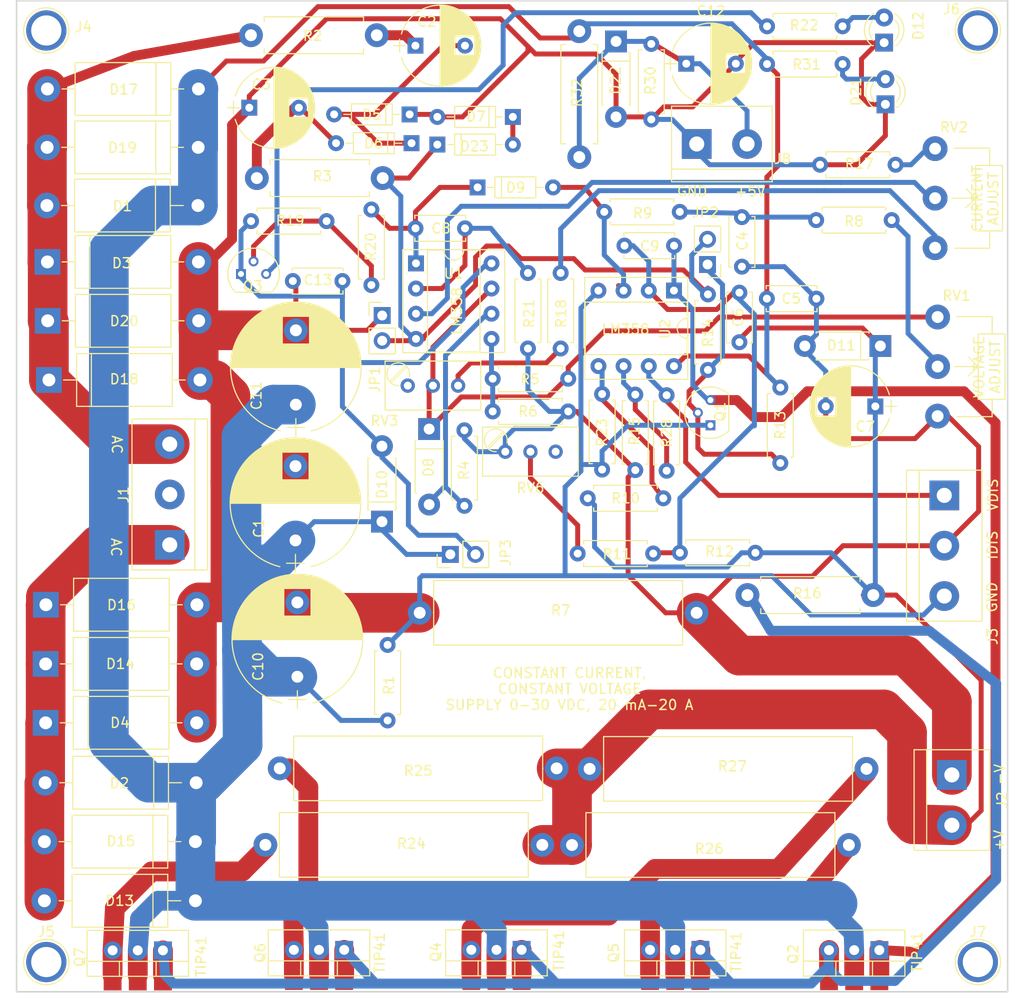
<source format=kicad_pcb>
(kicad_pcb (version 4) (host pcbnew 4.0.7)
  (layers (0 F.Cu signal) (31 B.Cu signal) (34 B.Paste user) (35 F.Paste user) (36 B.SilkS user) (37 F.SilkS user) (38 B.Mask user) (39 F.Mask user) (44 Edge.Cuts user))
  (net 0 "")
  (net 1 "Net-(C1-Pad1)")
  (net 2 GND)
  (net 3 "Net-(C2-Pad1)")
  (net 4 "Net-(C2-Pad2)")
  (net 5 "Net-(C3-Pad2)")
  (net 6 "Net-(C4-Pad1)")
  (net 7 "Net-(C4-Pad2)")
  (net 8 "Net-(C6-Pad1)")
  (net 9 "Net-(C6-Pad2)")
  (net 10 "Net-(C8-Pad1)")
  (net 11 "Net-(C8-Pad2)")
  (net 12 "Net-(C9-Pad1)")
  (net 13 "Net-(D1-Pad2)")
  (net 14 "Net-(D8-Pad1)")
  (net 15 "Net-(D8-Pad2)")
  (net 16 "Net-(D9-Pad2)")
  (net 17 "Net-(D12-Pad2)")
  (net 18 "Net-(Q3-Pad2)")
  (net 19 "Net-(Q3-Pad3)")
  (net 20 "Net-(R5-Pad1)")
  (net 21 "Net-(R8-Pad2)")
  (net 22 "Net-(Q2-Pad3)")
  (net 23 "Net-(R17-Pad1)")
  (net 24 "Net-(R18-Pad2)")
  (net 25 "Net-(RV2-Pad2)")
  (net 26 "Net-(D13-Pad2)")
  (net 27 "Net-(R10-Pad2)")
  (net 28 "Net-(Q4-Pad3)")
  (net 29 "Net-(Q5-Pad3)")
  (net 30 "Net-(Q6-Pad3)")
  (net 31 "Net-(Q7-Pad3)")
  (net 32 "Net-(J3-Pad1)")
  (net 33 "Net-(C12-Pad1)")
  (net 34 "Net-(D21-Pad2)")
  (net 35 "Net-(D23-Pad2)")
  (net 36 "Net-(D23-Pad1)")
  (net 37 "Net-(R11-Pad1)")
  (net 38 "Net-(R18-Pad1)")
  (net 39 "Net-(C13-Pad2)")
  (net 40 "Net-(R15-Pad1)")
  (net 41 "Net-(JP2-Pad1)")
  (module Potentiometers:Potentiometer_Trimmer_Bourns_3296W (layer F.Cu) (at 99.314 95.504 180)
    (fp_text reference RV6 (at -2.54 -3.66 180) (layer F.SilkS))
    (fp_text value 20k)
    (pad 1 thru_hole circle (at 0 0 180) (size 1.44 1.44) (drill 0.8) (layers *.Cu *.Mask) (net 6 "Net-(C4-Pad1)"))
    (pad 2 thru_hole circle (at -2.54 0 180) (size 1.44 1.44) (drill 0.8) (layers *.Cu *.Mask) (net 37 "Net-(R11-Pad1)"))
    (pad 3 thru_hole circle (at -5.08 0 180) (size 1.44 1.44) (drill 0.8) (layers *.Cu *.Mask))
  )
  (module Resistors_THT:R_Axial_DIN0207_L6.3mm_D2.5mm_P7.62mm_Horizontal (layer F.Cu) (at 107.63504 100.203)
    (fp_text reference R10 (at 3.8227 0) (layer F.SilkS))
    (fp_text value 100k)
    (pad 1 thru_hole circle (at 0 0) (size 1.6 1.6) (drill 0.8) (layers *.Cu *.Mask) (net 8 "Net-(C6-Pad1)"))
    (pad 2 thru_hole oval (at 7.62 0) (size 1.6 1.6) (drill 0.8) (layers *.Cu *.Mask) (net 27 "Net-(R10-Pad2)"))
  )
  (module Capacitors_THT:C_Disc_D5.0mm_W2.5mm_P5.00mm (layer F.Cu) (at 130.7084 80.0608 180)
    (fp_text reference C5 (at 2.54 0 180) (layer F.SilkS))
    (fp_text value "220 nF")
    (pad 1 thru_hole circle (at 0 0 180) (size 1.6 1.6) (drill 0.8) (layers *.Cu *.Mask) (net 6 "Net-(C4-Pad1)"))
    (pad 2 thru_hole circle (at 5 0 180) (size 1.6 1.6) (drill 0.8) (layers *.Cu *.Mask) (net 1 "Net-(C1-Pad1)"))
  )
  (module Resistors_THT:R_Axial_DIN0207_L6.3mm_D2.5mm_P7.62mm_Horizontal (layer F.Cu) (at 119.761 79.629 270)
    (fp_text reference R14 (at 3.8735 0 270) (layer F.SilkS))
    (fp_text value 1k)
    (pad 1 thru_hole circle (at 0 0 270) (size 1.6 1.6) (drill 0.8) (layers *.Cu *.Mask) (net 36 "Net-(D23-Pad1)"))
    (pad 2 thru_hole oval (at 7.62 0 270) (size 1.6 1.6) (drill 0.8) (layers *.Cu *.Mask) (net 41 "Net-(JP2-Pad1)"))
  )
  (module Connectors_Terminal_Blocks:TerminalBlock_bornier-3_P5.08mm (layer F.Cu) (at 143.6116 99.9109 270)
    (fp_text reference J3 (at 14.2367 -4.8641 270) (layer F.SilkS))
    (fp_text value Conn_01x03)
    (pad 1 thru_hole rect (at 0 0 270) (size 3 3) (drill 1.52) (layers *.Cu *.Mask) (net 32 "Net-(J3-Pad1)"))
    (pad 2 thru_hole circle (at 5.08 0 270) (size 3 3) (drill 1.52) (layers *.Cu *.Mask) (net 6 "Net-(C4-Pad1)"))
    (pad 3 thru_hole circle (at 10.16 0 270) (size 3 3) (drill 1.52) (layers *.Cu *.Mask) (net 2 GND))
  )
  (module Resistors_THT:R_Axial_Power_L25.0mm_W6.4mm_P27.94mm (layer F.Cu) (at 75.1078 135.1788)
    (fp_text reference R24 (at 14.732 -0.127) (layer F.SilkS))
    (fp_text value 0R24)
    (pad 1 thru_hole circle (at 0 0) (size 2.4 2.4) (drill 1.2) (layers *.Cu *.Mask) (net 31 "Net-(Q7-Pad3)"))
    (pad 2 thru_hole oval (at 27.94 0) (size 2.4 2.4) (drill 1.2) (layers *.Cu *.Mask) (net 8 "Net-(C6-Pad1)"))
  )
  (module Capacitors_THT:C_Disc_D5.0mm_W2.5mm_P5.00mm (layer F.Cu) (at 123.19 76.835 90)
    (fp_text reference C4 (at 2.5781 0.0508 90) (layer F.SilkS))
    (fp_text value "100 nF")
    (pad 1 thru_hole circle (at 0 0 90) (size 1.6 1.6) (drill 0.8) (layers *.Cu *.Mask) (net 6 "Net-(C4-Pad1)"))
    (pad 2 thru_hole circle (at 5 0 90) (size 1.6 1.6) (drill 0.8) (layers *.Cu *.Mask) (net 7 "Net-(C4-Pad2)"))
  )
  (module Capacitors_THT:C_Disc_D5.0mm_W2.5mm_P5.00mm (layer F.Cu) (at 122.936 84.455 90)
    (fp_text reference C6 (at 2.50444 -0.12446 90) (layer F.SilkS))
    (fp_text value "100 pF")
    (pad 1 thru_hole circle (at 0 0 90) (size 1.6 1.6) (drill 0.8) (layers *.Cu *.Mask) (net 8 "Net-(C6-Pad1)"))
    (pad 2 thru_hole circle (at 5 0 90) (size 1.6 1.6) (drill 0.8) (layers *.Cu *.Mask) (net 9 "Net-(C6-Pad2)"))
  )
  (module Capacitors_THT:C_Disc_D5.0mm_W2.5mm_P5.00mm (layer F.Cu) (at 95.25 72.96404 180)
    (fp_text reference C8 (at 2.4257 -0.0127 180) (layer F.SilkS))
    (fp_text value "330 pF")
    (pad 1 thru_hole circle (at 0 0 180) (size 1.6 1.6) (drill 0.8) (layers *.Cu *.Mask) (net 10 "Net-(C8-Pad1)"))
    (pad 2 thru_hole circle (at 5 0 180) (size 1.6 1.6) (drill 0.8) (layers *.Cu *.Mask) (net 11 "Net-(C8-Pad2)"))
  )
  (module Capacitors_THT:C_Disc_D5.0mm_W2.5mm_P5.00mm (layer F.Cu) (at 116.34216 74.71156 180)
    (fp_text reference C9 (at 2.4511 -0.0381 180) (layer F.SilkS))
    (fp_text value "100 pF")
    (pad 1 thru_hole circle (at 0 0 180) (size 1.6 1.6) (drill 0.8) (layers *.Cu *.Mask) (net 12 "Net-(C9-Pad1)"))
    (pad 2 thru_hole circle (at 5 0 180) (size 1.6 1.6) (drill 0.8) (layers *.Cu *.Mask) (net 9 "Net-(C6-Pad2)"))
  )
  (module Diodes_THT:D_DO-201_P15.24mm_Horizontal (layer F.Cu) (at 68.3006 70.6628 180)
    (fp_text reference D1 (at 7.62 -0.0635 180) (layer F.SilkS))
    (fp_text value 10A10)
    (pad 1 thru_hole rect (at 0 0 180) (size 2.6 2.6) (drill 1.3) (layers *.Cu *.Mask) (net 1 "Net-(C1-Pad1)"))
    (pad 2 thru_hole oval (at 15.24 0 180) (size 2.6 2.6) (drill 1.3) (layers *.Cu *.Mask) (net 13 "Net-(D1-Pad2)"))
  )
  (module Diodes_THT:D_DO-201_P15.24mm_Horizontal (layer F.Cu) (at 68.1228 128.905 180)
    (fp_text reference D2 (at 7.747 -0.0508 180) (layer F.SilkS))
    (fp_text value 10A10)
    (pad 1 thru_hole rect (at 0 0 180) (size 2.6 2.6) (drill 1.3) (layers *.Cu *.Mask) (net 1 "Net-(C1-Pad1)"))
    (pad 2 thru_hole oval (at 15.24 0 180) (size 2.6 2.6) (drill 1.3) (layers *.Cu *.Mask) (net 26 "Net-(D13-Pad2)"))
  )
  (module Diodes_THT:D_DO-201_P15.24mm_Horizontal (layer F.Cu) (at 53.1114 76.3524)
    (fp_text reference D3 (at 7.493 0.127) (layer F.SilkS))
    (fp_text value 10A10)
    (pad 1 thru_hole rect (at 0 0) (size 2.6 2.6) (drill 1.3) (layers *.Cu *.Mask) (net 13 "Net-(D1-Pad2)"))
    (pad 2 thru_hole oval (at 15.24 0) (size 2.6 2.6) (drill 1.3) (layers *.Cu *.Mask) (net 2 GND))
  )
  (module Diodes_THT:D_DO-201_P15.24mm_Horizontal (layer F.Cu) (at 52.9336 122.8598)
    (fp_text reference D4 (at 7.493 0) (layer F.SilkS))
    (fp_text value 10A10)
    (pad 1 thru_hole rect (at 0 0) (size 2.6 2.6) (drill 1.3) (layers *.Cu *.Mask) (net 26 "Net-(D13-Pad2)"))
    (pad 2 thru_hole oval (at 15.24 0) (size 2.6 2.6) (drill 1.3) (layers *.Cu *.Mask) (net 2 GND))
  )
  (module Diodes_THT:D_DO-35_SOD27_P7.62mm_Horizontal (layer F.Cu) (at 89.662 61.468 180)
    (fp_text reference D5 (at 3.81 -0.0381 180) (layer F.SilkS))
    (fp_text value 1N4148)
    (pad 1 thru_hole rect (at 0 0 180) (size 1.6 1.6) (drill 0.8) (layers *.Cu *.Mask) (net 2 GND))
    (pad 2 thru_hole oval (at 7.62 0 180) (size 1.6 1.6) (drill 0.8) (layers *.Cu *.Mask) (net 4 "Net-(C2-Pad2)"))
  )
  (module Diodes_THT:D_DO-35_SOD27_P7.62mm_Horizontal (layer F.Cu) (at 89.85504 64.37376 180)
    (fp_text reference D6 (at 3.8227 0 180) (layer F.SilkS))
    (fp_text value 1N4148)
    (pad 1 thru_hole rect (at 0 0 180) (size 1.6 1.6) (drill 0.8) (layers *.Cu *.Mask) (net 4 "Net-(C2-Pad2)"))
    (pad 2 thru_hole oval (at 7.62 0 180) (size 1.6 1.6) (drill 0.8) (layers *.Cu *.Mask) (net 5 "Net-(C3-Pad2)"))
  )
  (module Diodes_THT:D_DO-41_SOD81_P7.62mm_Horizontal (layer F.Cu) (at 91.6305 93.218 270)
    (fp_text reference D8 (at 3.8735 0.0635 270) (layer F.SilkS))
    (fp_text value 1N5339B)
    (pad 1 thru_hole rect (at 0 0 270) (size 2.2 2.2) (drill 1.1) (layers *.Cu *.Mask) (net 14 "Net-(D8-Pad1)"))
    (pad 2 thru_hole oval (at 7.62 0 270) (size 2.2 2.2) (drill 1.1) (layers *.Cu *.Mask) (net 15 "Net-(D8-Pad2)"))
  )
  (module Diodes_THT:D_DO-35_SOD27_P7.62mm_Horizontal (layer F.Cu) (at 96.52 68.834)
    (fp_text reference D9 (at 3.8354 0.0254) (layer F.SilkS))
    (fp_text value 1N4148)
    (pad 1 thru_hole rect (at 0 0) (size 1.6 1.6) (drill 0.8) (layers *.Cu *.Mask) (net 11 "Net-(C8-Pad2)"))
    (pad 2 thru_hole oval (at 7.62 0) (size 1.6 1.6) (drill 0.8) (layers *.Cu *.Mask) (net 16 "Net-(D9-Pad2)"))
  )
  (module Diodes_THT:D_DO-41_SOD81_P7.62mm_Horizontal (layer F.Cu) (at 137.16 84.836 180)
    (fp_text reference D11 (at 3.937 0.0635 180) (layer F.SilkS))
    (fp_text value 1N4004)
    (pad 1 thru_hole rect (at 0 0 180) (size 2.2 2.2) (drill 1.1) (layers *.Cu *.Mask) (net 8 "Net-(C6-Pad1)"))
    (pad 2 thru_hole oval (at 7.62 0 180) (size 2.2 2.2) (drill 1.1) (layers *.Cu *.Mask) (net 6 "Net-(C4-Pad1)"))
  )
  (module LEDs:LED_D3.0mm (layer F.Cu) (at 137.541 54.229 90)
    (fp_text reference D12 (at 1.7018 3.4417 90) (layer F.SilkS))
    (fp_text value LED)
    (pad 1 thru_hole rect (at 0 0 90) (size 1.8 1.8) (drill 0.9) (layers *.Cu *.Mask) (net 2 GND))
    (pad 2 thru_hole circle (at 2.54 0 90) (size 1.8 1.8) (drill 0.9) (layers *.Cu *.Mask) (net 17 "Net-(D12-Pad2)"))
  )
  (module Connectors_Terminal_Blocks:TerminalBlock_bornier-3_P5.08mm (layer F.Cu) (at 65.4558 104.902 90)
    (fp_text reference J1 (at 5.05 -4.65 90) (layer F.SilkS))
    (fp_text value Conn_01x03)
    (pad 1 thru_hole rect (at 0 0 90) (size 3 3) (drill 1.52) (layers *.Cu *.Mask) (net 26 "Net-(D13-Pad2)"))
    (pad 2 thru_hole circle (at 5.08 0 90) (size 3 3) (drill 1.52) (layers *.Cu *.Mask))
    (pad 3 thru_hole circle (at 10.16 0 90) (size 3 3) (drill 1.52) (layers *.Cu *.Mask) (net 13 "Net-(D1-Pad2)"))
  )
  (module Connectors_Terminal_Blocks:TerminalBlock_bornier-2_P5.08mm (layer F.Cu) (at 144.3736 128.1176 270)
    (fp_text reference J2 (at 2.54 -5.08 270) (layer F.SilkS))
    (fp_text value Conn_01x02)
    (pad 1 thru_hole rect (at 0 0 270) (size 3 3) (drill 1.52) (layers *.Cu *.Mask) (net 6 "Net-(C4-Pad1)"))
    (pad 2 thru_hole circle (at 5.08 0 270) (size 3 3) (drill 1.52) (layers *.Cu *.Mask) (net 8 "Net-(C6-Pad1)"))
  )
  (module TO_SOT_Packages_THT:TO-92_Molded_Narrow (layer F.Cu) (at 120.015 92.837 90)
    (fp_text reference Q1 (at 1.3716 0.9906 90) (layer F.SilkS))
    (fp_text value 2N3904)
    (pad 2 thru_hole circle (at 1.27 -1.27 180) (size 1 1) (drill 0.6) (layers *.Cu *.Mask) (net 41 "Net-(JP2-Pad1)"))
    (pad 3 thru_hole circle (at 2.54 0 180) (size 1 1) (drill 0.6) (layers *.Cu *.Mask) (net 12 "Net-(C9-Pad1)"))
    (pad 1 thru_hole rect (at 0 0 180) (size 1 1) (drill 0.6) (layers *.Cu *.Mask) (net 2 GND))
  )
  (module TO_SOT_Packages_THT:TO-92_Molded_Narrow (layer F.Cu) (at 72.644 77.5716)
    (fp_text reference Q3 (at 1.1938 1.2319) (layer F.SilkS))
    (fp_text value 2N3906)
    (pad 2 thru_hole circle (at 1.27 -1.27 90) (size 1 1) (drill 0.6) (layers *.Cu *.Mask) (net 18 "Net-(Q3-Pad2)"))
    (pad 3 thru_hole circle (at 2.54 0 90) (size 1 1) (drill 0.6) (layers *.Cu *.Mask) (net 19 "Net-(Q3-Pad3)"))
    (pad 1 thru_hole rect (at 0 0 90) (size 1 1) (drill 0.6) (layers *.Cu *.Mask) (net 39 "Net-(C13-Pad2)"))
  )
  (module Resistors_THT:R_Axial_DIN0207_L6.3mm_D2.5mm_P7.62mm_Horizontal (layer F.Cu) (at 87.4395 122.6185 90)
    (fp_text reference R1 (at 3.556 0.127 90) (layer F.SilkS))
    (fp_text value 2k2)
    (pad 1 thru_hole circle (at 0 0 90) (size 1.6 1.6) (drill 0.8) (layers *.Cu *.Mask) (net 1 "Net-(C1-Pad1)"))
    (pad 2 thru_hole oval (at 7.62 0 90) (size 1.6 1.6) (drill 0.8) (layers *.Cu *.Mask) (net 2 GND))
  )
  (module Resistors_THT:R_Axial_DIN0411_L9.9mm_D3.6mm_P12.70mm_Horizontal (layer F.Cu) (at 73.6473 53.4797)
    (fp_text reference R2 (at 6.223 0.0635) (layer F.SilkS))
    (fp_text value 82R)
    (pad 1 thru_hole circle (at 0 0) (size 2.4 2.4) (drill 1.2) (layers *.Cu *.Mask) (net 13 "Net-(D1-Pad2)"))
    (pad 2 thru_hole oval (at 12.7 0) (size 2.4 2.4) (drill 1.2) (layers *.Cu *.Mask) (net 3 "Net-(C2-Pad1)"))
  )
  (module Resistors_THT:R_Axial_DIN0411_L9.9mm_D3.6mm_P12.70mm_Horizontal (layer F.Cu) (at 86.9442 67.8942 180)
    (fp_text reference R3 (at 6.096 0.1905 180) (layer F.SilkS))
    (fp_text value 220R)
    (pad 1 thru_hole circle (at 0 0 180) (size 2.4 2.4) (drill 1.2) (layers *.Cu *.Mask) (net 36 "Net-(D23-Pad1)"))
    (pad 2 thru_hole oval (at 12.7 0 180) (size 2.4 2.4) (drill 1.2) (layers *.Cu *.Mask) (net 5 "Net-(C3-Pad2)"))
  )
  (module Resistors_THT:R_Axial_DIN0207_L6.3mm_D2.5mm_P7.62mm_Horizontal (layer F.Cu) (at 95.1865 100.965 90)
    (fp_text reference R4 (at 3.5814 -0.0508 90) (layer F.SilkS))
    (fp_text value 4k7)
    (pad 1 thru_hole circle (at 0 0 90) (size 1.6 1.6) (drill 0.8) (layers *.Cu *.Mask) (net 15 "Net-(D8-Pad2)"))
    (pad 2 thru_hole oval (at 7.62 0 90) (size 1.6 1.6) (drill 0.8) (layers *.Cu *.Mask) (net 6 "Net-(C4-Pad1)"))
  )
  (module Resistors_THT:R_Axial_DIN0207_L6.3mm_D2.5mm_P7.62mm_Horizontal (layer F.Cu) (at 98.044 88.138)
    (fp_text reference R5 (at 3.7465 0.0635) (layer F.SilkS))
    (fp_text value 10k)
    (pad 1 thru_hole circle (at 0 0) (size 1.6 1.6) (drill 0.8) (layers *.Cu *.Mask) (net 20 "Net-(R5-Pad1)"))
    (pad 2 thru_hole oval (at 7.62 0) (size 1.6 1.6) (drill 0.8) (layers *.Cu *.Mask) (net 14 "Net-(D8-Pad1)"))
  )
  (module Resistors_THT:R_Axial_DIN0207_L6.3mm_D2.5mm_P7.62mm_Horizontal (layer F.Cu) (at 98.044 91.44)
    (fp_text reference R6 (at 3.556 0) (layer F.SilkS))
    (fp_text value 10k)
    (pad 1 thru_hole circle (at 0 0) (size 1.6 1.6) (drill 0.8) (layers *.Cu *.Mask) (net 20 "Net-(R5-Pad1)"))
    (pad 2 thru_hole oval (at 7.62 0) (size 1.6 1.6) (drill 0.8) (layers *.Cu *.Mask) (net 6 "Net-(C4-Pad1)"))
  )
  (module Resistors_THT:R_Axial_Power_L25.0mm_W6.4mm_P27.94mm (layer F.Cu) (at 90.678 111.76)
    (fp_text reference R7 (at 14.224 -0.254) (layer F.SilkS))
    (fp_text value 0R24)
    (pad 1 thru_hole circle (at 0 0) (size 2.4 2.4) (drill 1.2) (layers *.Cu *.Mask) (net 2 GND))
    (pad 2 thru_hole oval (at 27.94 0) (size 2.4 2.4) (drill 1.2) (layers *.Cu *.Mask) (net 6 "Net-(C4-Pad1)"))
  )
  (module Resistors_THT:R_Axial_DIN0207_L6.3mm_D2.5mm_P7.62mm_Horizontal (layer F.Cu) (at 130.683 72.136)
    (fp_text reference R8 (at 3.81 0.127) (layer F.SilkS))
    (fp_text value 27k)
    (pad 1 thru_hole circle (at 0 0) (size 1.6 1.6) (drill 0.8) (layers *.Cu *.Mask) (net 7 "Net-(C4-Pad2)"))
    (pad 2 thru_hole oval (at 7.62 0) (size 1.6 1.6) (drill 0.8) (layers *.Cu *.Mask) (net 21 "Net-(R8-Pad2)"))
  )
  (module Resistors_THT:R_Axial_DIN0207_L6.3mm_D2.5mm_P7.62mm_Horizontal (layer F.Cu) (at 109.30128 71.30288)
    (fp_text reference R9 (at 3.8735 0.127) (layer F.SilkS))
    (fp_text value 2k2)
    (pad 1 thru_hole circle (at 0 0) (size 1.6 1.6) (drill 0.8) (layers *.Cu *.Mask) (net 16 "Net-(D9-Pad2)"))
    (pad 2 thru_hole oval (at 7.62 0) (size 1.6 1.6) (drill 0.8) (layers *.Cu *.Mask) (net 7 "Net-(C4-Pad2)"))
  )
  (module Resistors_THT:R_Axial_DIN0207_L6.3mm_D2.5mm_P7.62mm_Horizontal (layer F.Cu) (at 106.61904 105.78084)
    (fp_text reference R11 (at 3.9624 0.0508) (layer F.SilkS))
    (fp_text value 27k)
    (pad 1 thru_hole circle (at 0 0) (size 1.6 1.6) (drill 0.8) (layers *.Cu *.Mask) (net 37 "Net-(R11-Pad1)"))
    (pad 2 thru_hole oval (at 7.62 0) (size 1.6 1.6) (drill 0.8) (layers *.Cu *.Mask) (net 9 "Net-(C6-Pad2)"))
  )
  (module Resistors_THT:R_Axial_DIN0207_L6.3mm_D2.5mm_P7.62mm_Horizontal (layer F.Cu) (at 124.5489 105.7021 180)
    (fp_text reference R12 (at 3.6195 0.127 180) (layer F.SilkS))
    (fp_text value 56k)
    (pad 1 thru_hole circle (at 0 0 180) (size 1.6 1.6) (drill 0.8) (layers *.Cu *.Mask) (net 8 "Net-(C6-Pad1)"))
    (pad 2 thru_hole oval (at 7.62 0 180) (size 1.6 1.6) (drill 0.8) (layers *.Cu *.Mask) (net 9 "Net-(C6-Pad2)"))
  )
  (module Resistors_THT:R_Axial_DIN0207_L6.3mm_D2.5mm_P7.62mm_Horizontal (layer F.Cu) (at 127.0635 96.647 90)
    (fp_text reference R13 (at 3.81 0 90) (layer F.SilkS))
    (fp_text value 22k)
    (pad 1 thru_hole circle (at 0 0 90) (size 1.6 1.6) (drill 0.8) (layers *.Cu *.Mask) (net 41 "Net-(JP2-Pad1)"))
    (pad 2 thru_hole oval (at 7.62 0 90) (size 1.6 1.6) (drill 0.8) (layers *.Cu *.Mask) (net 1 "Net-(C1-Pad1)"))
  )
  (module Resistors_THT:R_Axial_DIN0411_L9.9mm_D3.6mm_P12.70mm_Horizontal (layer F.Cu) (at 123.7488 109.97184)
    (fp_text reference R16 (at 6.0325 -0.1905) (layer F.SilkS))
    (fp_text value 1k)
    (pad 1 thru_hole circle (at 0 0) (size 2.4 2.4) (drill 1.2) (layers *.Cu *.Mask) (net 22 "Net-(Q2-Pad3)"))
    (pad 2 thru_hole oval (at 12.7 0) (size 2.4 2.4) (drill 1.2) (layers *.Cu *.Mask) (net 8 "Net-(C6-Pad1)"))
  )
  (module Resistors_THT:R_Axial_DIN0207_L6.3mm_D2.5mm_P7.62mm_Horizontal (layer F.Cu) (at 138.6967 66.548 180)
    (fp_text reference R17 (at 3.66776 0.09652 180) (layer F.SilkS))
    (fp_text value 33R)
    (pad 1 thru_hole circle (at 0 0 180) (size 1.6 1.6) (drill 0.8) (layers *.Cu *.Mask) (net 23 "Net-(R17-Pad1)"))
    (pad 2 thru_hole oval (at 7.62 0 180) (size 1.6 1.6) (drill 0.8) (layers *.Cu *.Mask) (net 2 GND))
  )
  (module Resistors_THT:R_Axial_DIN0207_L6.3mm_D2.5mm_P7.62mm_Horizontal (layer F.Cu) (at 104.902 85.09 90)
    (fp_text reference R18 (at 3.5306 0.0508 90) (layer F.SilkS))
    (fp_text value 33k)
    (pad 1 thru_hole circle (at 0 0 90) (size 1.6 1.6) (drill 0.8) (layers *.Cu *.Mask) (net 38 "Net-(R18-Pad1)"))
    (pad 2 thru_hole oval (at 7.62 0 90) (size 1.6 1.6) (drill 0.8) (layers *.Cu *.Mask) (net 24 "Net-(R18-Pad2)"))
  )
  (module Resistors_THT:R_Axial_DIN0207_L6.3mm_D2.5mm_P7.62mm_Horizontal (layer F.Cu) (at 73.66 72.2376)
    (fp_text reference R19 (at 3.9497 -0.0508) (layer F.SilkS))
    (fp_text value 2k2)
    (pad 1 thru_hole circle (at 0 0) (size 1.6 1.6) (drill 0.8) (layers *.Cu *.Mask) (net 39 "Net-(C13-Pad2)"))
    (pad 2 thru_hole oval (at 7.62 0) (size 1.6 1.6) (drill 0.8) (layers *.Cu *.Mask) (net 18 "Net-(Q3-Pad2)"))
  )
  (module Resistors_THT:R_Axial_DIN0207_L6.3mm_D2.5mm_P7.62mm_Horizontal (layer F.Cu) (at 85.8012 78.6892 90)
    (fp_text reference R20 (at 3.8735 -0.0635 90) (layer F.SilkS))
    (fp_text value 10k)
    (pad 1 thru_hole circle (at 0 0 90) (size 1.6 1.6) (drill 0.8) (layers *.Cu *.Mask) (net 18 "Net-(Q3-Pad2)"))
    (pad 2 thru_hole oval (at 7.62 0 90) (size 1.6 1.6) (drill 0.8) (layers *.Cu *.Mask) (net 11 "Net-(C8-Pad2)"))
  )
  (module Resistors_THT:R_Axial_DIN0207_L6.3mm_D2.5mm_P7.62mm_Horizontal (layer F.Cu) (at 101.6 85.09 90)
    (fp_text reference R21 (at 3.5179 0.1143 90) (layer F.SilkS))
    (fp_text value 10k)
    (pad 1 thru_hole circle (at 0 0 90) (size 1.6 1.6) (drill 0.8) (layers *.Cu *.Mask) (net 6 "Net-(C4-Pad1)"))
    (pad 2 thru_hole oval (at 7.62 0 90) (size 1.6 1.6) (drill 0.8) (layers *.Cu *.Mask) (net 10 "Net-(C8-Pad1)"))
  )
  (module Resistors_THT:R_Axial_DIN0207_L6.3mm_D2.5mm_P7.62mm_Horizontal (layer F.Cu) (at 125.73 52.578)
    (fp_text reference R22 (at 3.7338 -0.1016) (layer F.SilkS))
    (fp_text value 3k9)
    (pad 1 thru_hole circle (at 0 0) (size 1.6 1.6) (drill 0.8) (layers *.Cu *.Mask) (net 19 "Net-(Q3-Pad3)"))
    (pad 2 thru_hole oval (at 7.62 0) (size 1.6 1.6) (drill 0.8) (layers *.Cu *.Mask) (net 17 "Net-(D12-Pad2)"))
  )
  (module Potentiometers:Potentiometer_WirePads (layer F.Cu) (at 142.9385 81.915)
    (fp_text reference RV1 (at 1.9 -2.15) (layer F.SilkS))
    (fp_text value 10k)
    (pad 2 thru_hole circle (at 0 5) (size 2.5 2.5) (drill 1.2) (layers *.Cu *.Mask) (net 21 "Net-(R8-Pad2)"))
    (pad 3 thru_hole circle (at 0 10) (size 2.5 2.5) (drill 1.2) (layers *.Cu *.Mask) (net 6 "Net-(C4-Pad1)"))
    (pad 1 thru_hole circle (at 0 0) (size 2.5 2.5) (drill 1.2) (layers *.Cu *.Mask) (net 14 "Net-(D8-Pad1)"))
  )
  (module Potentiometers:Potentiometer_WirePads (layer F.Cu) (at 142.6845 64.9224)
    (fp_text reference RV2 (at 1.9 -2.15) (layer F.SilkS))
    (fp_text value 10k)
    (pad 2 thru_hole circle (at 0 5) (size 2.5 2.5) (drill 1.2) (layers *.Cu *.Mask) (net 25 "Net-(RV2-Pad2)"))
    (pad 3 thru_hole circle (at 0 10) (size 2.5 2.5) (drill 1.2) (layers *.Cu *.Mask) (net 24 "Net-(R18-Pad2)"))
    (pad 1 thru_hole circle (at 0 0) (size 2.5 2.5) (drill 1.2) (layers *.Cu *.Mask) (net 23 "Net-(R17-Pad1)"))
  )
  (module Housings_DIP:DIP-8_W7.62mm_Socket (layer F.Cu) (at 90.30208 76.49972)
    (fp_text reference U1 (at 3.81 1.02616) (layer F.SilkS))
    (fp_text value LM358)
    (pad 1 thru_hole rect (at 0 0) (size 1.6 1.6) (drill 0.8) (layers *.Cu *.Mask) (net 11 "Net-(C8-Pad2)"))
    (pad 5 thru_hole oval (at 7.62 7.62) (size 1.6 1.6) (drill 0.8) (layers *.Cu *.Mask) (net 20 "Net-(R5-Pad1)"))
    (pad 2 thru_hole oval (at 0 2.54) (size 1.6 1.6) (drill 0.8) (layers *.Cu *.Mask) (net 10 "Net-(C8-Pad1)"))
    (pad 6 thru_hole oval (at 7.62 5.08) (size 1.6 1.6) (drill 0.8) (layers *.Cu *.Mask) (net 15 "Net-(D8-Pad2)"))
    (pad 3 thru_hole oval (at 0 5.08) (size 1.6 1.6) (drill 0.8) (layers *.Cu *.Mask) (net 25 "Net-(RV2-Pad2)"))
    (pad 7 thru_hole oval (at 7.62 2.54) (size 1.6 1.6) (drill 0.8) (layers *.Cu *.Mask) (net 14 "Net-(D8-Pad1)"))
    (pad 4 thru_hole oval (at 0 7.62) (size 1.6 1.6) (drill 0.8) (layers *.Cu *.Mask) (net 36 "Net-(D23-Pad1)"))
    (pad 8 thru_hole oval (at 7.62 0) (size 1.6 1.6) (drill 0.8) (layers *.Cu *.Mask) (net 39 "Net-(C13-Pad2)"))
  )
  (module Housings_DIP:DIP-8_W7.62mm_Socket (layer F.Cu) (at 116.332 79.248 270)
    (fp_text reference U2 (at 3.8735 0.889 270) (layer F.SilkS))
    (fp_text value LM358)
    (pad 1 thru_hole rect (at 0 0 270) (size 1.6 1.6) (drill 0.8) (layers *.Cu *.Mask) (net 12 "Net-(C9-Pad1)"))
    (pad 5 thru_hole oval (at 7.62 7.62 270) (size 1.6 1.6) (drill 0.8) (layers *.Cu *.Mask) (net 27 "Net-(R10-Pad2)"))
    (pad 2 thru_hole oval (at 0 2.54 270) (size 1.6 1.6) (drill 0.8) (layers *.Cu *.Mask) (net 9 "Net-(C6-Pad2)"))
    (pad 6 thru_hole oval (at 7.62 5.08 270) (size 1.6 1.6) (drill 0.8) (layers *.Cu *.Mask) (net 40 "Net-(R15-Pad1)"))
    (pad 3 thru_hole oval (at 0 5.08 270) (size 1.6 1.6) (drill 0.8) (layers *.Cu *.Mask) (net 16 "Net-(D9-Pad2)"))
    (pad 7 thru_hole oval (at 7.62 2.54 270) (size 1.6 1.6) (drill 0.8) (layers *.Cu *.Mask) (net 32 "Net-(J3-Pad1)"))
    (pad 4 thru_hole oval (at 0 7.62 270) (size 1.6 1.6) (drill 0.8) (layers *.Cu *.Mask) (net 2 GND))
    (pad 8 thru_hole oval (at 7.62 0 270) (size 1.6 1.6) (drill 0.8) (layers *.Cu *.Mask) (net 1 "Net-(C1-Pad1)"))
  )
  (module Capacitors_THT:CP_Radial_D8.0mm_P5.00mm (layer F.Cu) (at 90.2462 54.5338)
    (fp_text reference C2 (at 1.143 -2.413) (layer F.SilkS))
    (fp_text value "47 uF")
    (pad 1 thru_hole rect (at 0 0) (size 1.6 1.6) (drill 0.8) (layers *.Cu *.Mask) (net 3 "Net-(C2-Pad1)"))
    (pad 2 thru_hole circle (at 5 0) (size 1.6 1.6) (drill 0.8) (layers *.Cu *.Mask) (net 4 "Net-(C2-Pad2)"))
  )
  (module Capacitors_THT:CP_Radial_D8.0mm_P5.00mm (layer F.Cu) (at 73.4822 60.7949)
    (fp_text reference C3 (at 1.2065 -2.3495) (layer F.SilkS))
    (fp_text value "47 uF")
    (pad 1 thru_hole rect (at 0 0) (size 1.6 1.6) (drill 0.8) (layers *.Cu *.Mask) (net 2 GND))
    (pad 2 thru_hole circle (at 5 0) (size 1.6 1.6) (drill 0.8) (layers *.Cu *.Mask) (net 5 "Net-(C3-Pad2)"))
  )
  (module Capacitors_THT:CP_Radial_D8.0mm_P5.00mm (layer F.Cu) (at 136.652 90.932 180)
    (fp_text reference C7 (at 1.016 -2.032 180) (layer F.SilkS))
    (fp_text value "47 uF")
    (pad 1 thru_hole rect (at 0 0 180) (size 1.6 1.6) (drill 0.8) (layers *.Cu *.Mask) (net 8 "Net-(C6-Pad1)"))
    (pad 2 thru_hole circle (at 5 0 180) (size 1.6 1.6) (drill 0.8) (layers *.Cu *.Mask) (net 6 "Net-(C4-Pad1)"))
  )
  (module Diodes_THT:D_DO-201_P15.24mm_Horizontal (layer F.Cu) (at 68.0466 140.8176 180)
    (fp_text reference D13 (at 7.6454 0 180) (layer F.SilkS))
    (fp_text value 10A10)
    (pad 1 thru_hole rect (at 0 0 180) (size 2.6 2.6) (drill 1.3) (layers *.Cu *.Mask) (net 1 "Net-(C1-Pad1)"))
    (pad 2 thru_hole oval (at 15.24 0 180) (size 2.6 2.6) (drill 1.3) (layers *.Cu *.Mask) (net 26 "Net-(D13-Pad2)"))
  )
  (module Diodes_THT:D_DO-201_P15.24mm_Horizontal (layer F.Cu) (at 52.9336 116.9162)
    (fp_text reference D14 (at 7.5438 0) (layer F.SilkS))
    (fp_text value 10A10)
    (pad 1 thru_hole rect (at 0 0) (size 2.6 2.6) (drill 1.3) (layers *.Cu *.Mask) (net 26 "Net-(D13-Pad2)"))
    (pad 2 thru_hole oval (at 15.24 0) (size 2.6 2.6) (drill 1.3) (layers *.Cu *.Mask) (net 2 GND))
  )
  (module Diodes_THT:D_DO-201_P15.24mm_Horizontal (layer F.Cu) (at 68.0466 134.8486 180)
    (fp_text reference D15 (at 7.5184 0.0508 180) (layer F.SilkS))
    (fp_text value 10A10)
    (pad 1 thru_hole rect (at 0 0 180) (size 2.6 2.6) (drill 1.3) (layers *.Cu *.Mask) (net 1 "Net-(C1-Pad1)"))
    (pad 2 thru_hole oval (at 15.24 0 180) (size 2.6 2.6) (drill 1.3) (layers *.Cu *.Mask) (net 26 "Net-(D13-Pad2)"))
  )
  (module Diodes_THT:D_DO-201_P15.24mm_Horizontal (layer F.Cu) (at 52.959 110.9472)
    (fp_text reference D16 (at 7.62 0.0254) (layer F.SilkS))
    (fp_text value 10A10)
    (pad 1 thru_hole rect (at 0 0) (size 2.6 2.6) (drill 1.3) (layers *.Cu *.Mask) (net 26 "Net-(D13-Pad2)"))
    (pad 2 thru_hole oval (at 15.24 0) (size 2.6 2.6) (drill 1.3) (layers *.Cu *.Mask) (net 2 GND))
  )
  (module Diodes_THT:D_DO-201_P15.24mm_Horizontal (layer F.Cu) (at 68.3514 58.9026 180)
    (fp_text reference D17 (at 7.5438 -0.0508 180) (layer F.SilkS))
    (fp_text value 10A10)
    (pad 1 thru_hole rect (at 0 0 180) (size 2.6 2.6) (drill 1.3) (layers *.Cu *.Mask) (net 1 "Net-(C1-Pad1)"))
    (pad 2 thru_hole oval (at 15.24 0 180) (size 2.6 2.6) (drill 1.3) (layers *.Cu *.Mask) (net 13 "Net-(D1-Pad2)"))
  )
  (module Diodes_THT:D_DO-201_P15.24mm_Horizontal (layer F.Cu) (at 53.2638 88.265)
    (fp_text reference D18 (at 7.5946 -0.0762) (layer F.SilkS))
    (fp_text value 10A10)
    (pad 1 thru_hole rect (at 0 0) (size 2.6 2.6) (drill 1.3) (layers *.Cu *.Mask) (net 13 "Net-(D1-Pad2)"))
    (pad 2 thru_hole oval (at 15.24 0) (size 2.6 2.6) (drill 1.3) (layers *.Cu *.Mask) (net 2 GND))
  )
  (module Diodes_THT:D_DO-201_P15.24mm_Horizontal (layer F.Cu) (at 68.326 64.7954 180)
    (fp_text reference D19 (at 7.6454 -0.0254 180) (layer F.SilkS))
    (fp_text value 10A10)
    (pad 1 thru_hole rect (at 0 0 180) (size 2.6 2.6) (drill 1.3) (layers *.Cu *.Mask) (net 1 "Net-(C1-Pad1)"))
    (pad 2 thru_hole oval (at 15.24 0 180) (size 2.6 2.6) (drill 1.3) (layers *.Cu *.Mask) (net 13 "Net-(D1-Pad2)"))
  )
  (module Diodes_THT:D_DO-201_P15.24mm_Horizontal (layer F.Cu) (at 53.1368 82.296)
    (fp_text reference D20 (at 7.7216 0.0254) (layer F.SilkS))
    (fp_text value 10A10)
    (pad 1 thru_hole rect (at 0 0) (size 2.6 2.6) (drill 1.3) (layers *.Cu *.Mask) (net 13 "Net-(D1-Pad2)"))
    (pad 2 thru_hole oval (at 15.24 0) (size 2.6 2.6) (drill 1.3) (layers *.Cu *.Mask) (net 2 GND))
  )
  (module Capacitors_THT:CP_Radial_D13.0mm_P7.50mm (layer F.Cu) (at 78.1431 104.4575 90)
    (fp_text reference C1 (at 1.2319 -3.6957 90) (layer F.SilkS))
    (fp_text value CP)
    (pad 1 thru_hole rect (at 0 0 90) (size 2.4 2.4) (drill 1.2) (layers *.Cu *.Mask) (net 1 "Net-(C1-Pad1)"))
    (pad 2 thru_hole circle (at 7.5 0 90) (size 2.4 2.4) (drill 1.2) (layers *.Cu *.Mask) (net 2 GND))
  )
  (module Resistors_THT:R_Axial_DIN0207_L6.3mm_D2.5mm_P7.62mm_Horizontal (layer F.Cu) (at 109.08284 97.3074 90)
    (fp_text reference R23 (at 3.7338 -0.0127 90) (layer F.SilkS))
    (fp_text value 100k)
    (pad 1 thru_hole circle (at 0 0 90) (size 1.6 1.6) (drill 0.8) (layers *.Cu *.Mask) (net 2 GND))
    (pad 2 thru_hole oval (at 7.62 0 90) (size 1.6 1.6) (drill 0.8) (layers *.Cu *.Mask) (net 27 "Net-(R10-Pad2)"))
  )
  (module Resistors_THT:R_Axial_Power_L25.0mm_W6.4mm_P27.94mm (layer F.Cu) (at 76.5556 127.4572)
    (fp_text reference R25 (at 13.97 0.254) (layer F.SilkS))
    (fp_text value 0R24)
    (pad 1 thru_hole circle (at 0 0) (size 2.4 2.4) (drill 1.2) (layers *.Cu *.Mask) (net 30 "Net-(Q6-Pad3)"))
    (pad 2 thru_hole oval (at 27.94 0) (size 2.4 2.4) (drill 1.2) (layers *.Cu *.Mask) (net 8 "Net-(C6-Pad1)"))
  )
  (module Resistors_THT:R_Axial_Power_L25.0mm_W6.4mm_P27.94mm (layer F.Cu) (at 133.985 135.1915 180)
    (fp_text reference R26 (at 14.097 -0.381 180) (layer F.SilkS))
    (fp_text value 0R24)
    (pad 1 thru_hole circle (at 0 0 180) (size 2.4 2.4) (drill 1.2) (layers *.Cu *.Mask) (net 29 "Net-(Q5-Pad3)"))
    (pad 2 thru_hole oval (at 27.94 0 180) (size 2.4 2.4) (drill 1.2) (layers *.Cu *.Mask) (net 8 "Net-(C6-Pad1)"))
  )
  (module Resistors_THT:R_Axial_Power_L25.0mm_W6.4mm_P27.94mm (layer F.Cu) (at 135.763 127.508 180)
    (fp_text reference R27 (at 13.538 0.262499 180) (layer F.SilkS))
    (fp_text value 0R24)
    (pad 1 thru_hole circle (at 0 0 180) (size 2.4 2.4) (drill 1.2) (layers *.Cu *.Mask) (net 28 "Net-(Q4-Pad3)"))
    (pad 2 thru_hole oval (at 27.94 0 180) (size 2.4 2.4) (drill 1.2) (layers *.Cu *.Mask) (net 8 "Net-(C6-Pad1)"))
  )
  (module Capacitors_THT:CP_Radial_D13.0mm_P7.50mm (layer F.Cu) (at 78.3336 118.2116 90)
    (fp_text reference C10 (at 1.0287 -3.9624 90) (layer F.SilkS))
    (fp_text value CP)
    (pad 1 thru_hole rect (at 0 0 90) (size 2.4 2.4) (drill 1.2) (layers *.Cu *.Mask) (net 1 "Net-(C1-Pad1)"))
    (pad 2 thru_hole circle (at 7.5 0 90) (size 2.4 2.4) (drill 1.2) (layers *.Cu *.Mask) (net 2 GND))
  )
  (module Capacitors_THT:CP_Radial_D13.0mm_P7.50mm (layer F.Cu) (at 78.1812 90.7542 90)
    (fp_text reference C11 (at 0.9017 -3.9751 90) (layer F.SilkS))
    (fp_text value CP)
    (pad 1 thru_hole rect (at 0 0 90) (size 2.4 2.4) (drill 1.2) (layers *.Cu *.Mask) (net 1 "Net-(C1-Pad1)"))
    (pad 2 thru_hole circle (at 7.5 0 90) (size 2.4 2.4) (drill 1.2) (layers *.Cu *.Mask) (net 2 GND))
  )
  (module Connectors:1pin (layer F.Cu) (at 53 53)
    (fp_text reference J4 (at 3.769 -0.3458) (layer F.SilkS))
    (fp_text value Conn_01x01)
    (pad 1 thru_hole circle (at 0 0) (size 4.064 4.064) (drill 3.048) (layers *.Cu *.Mask))
  )
  (module Connectors:1pin (layer F.Cu) (at 53 147)
    (fp_text reference J5 (at 0 -3.048) (layer F.SilkS))
    (fp_text value Conn_01x01)
    (pad 1 thru_hole circle (at 0 0) (size 4.064 4.064) (drill 3.048) (layers *.Cu *.Mask))
  )
  (module Connectors:1pin (layer F.Cu) (at 147 53)
    (fp_text reference J6 (at -2.6391 -2.1492) (layer F.SilkS))
    (fp_text value Conn_01x01)
    (pad 1 thru_hole circle (at 0 0) (size 4.064 4.064) (drill 3.048) (layers *.Cu *.Mask))
  )
  (module Connectors:1pin (layer F.Cu) (at 147 147)
    (fp_text reference J7 (at 0 -3.048) (layer F.SilkS))
    (fp_text value Conn_01x01)
    (pad 1 thru_hole circle (at 0 0) (size 4.064 4.064) (drill 3.048) (layers *.Cu *.Mask))
  )
  (module Capacitors_THT:CP_Radial_D8.0mm_P5.00mm (layer F.Cu) (at 117.5766 56.35244)
    (fp_text reference C12 (at 2.5 -5.31) (layer F.SilkS))
    (fp_text value "47 uF")
    (pad 1 thru_hole rect (at 0 0) (size 1.6 1.6) (drill 0.8) (layers *.Cu *.Mask) (net 33 "Net-(C12-Pad1)"))
    (pad 2 thru_hole circle (at 5 0) (size 1.6 1.6) (drill 0.8) (layers *.Cu *.Mask) (net 2 GND))
  )
  (module Connectors_Terminal_Blocks:TerminalBlock_bornier-2_P5.08mm (layer F.Cu) (at 118.6307 64.4525)
    (fp_text reference J8 (at 8.6614 1.4986) (layer F.SilkS))
    (fp_text value Conn_01x02)
    (pad 1 thru_hole rect (at 0 0) (size 3 3) (drill 1.52) (layers *.Cu *.Mask) (net 2 GND))
    (pad 2 thru_hole circle (at 5.08 0) (size 3 3) (drill 1.52) (layers *.Cu *.Mask) (net 33 "Net-(C12-Pad1)"))
  )
  (module Resistors_THT:R_Axial_DIN0207_L6.3mm_D2.5mm_P7.62mm_Horizontal (layer F.Cu) (at 114.046 54.356 270)
    (fp_text reference R30 (at 3.6957 0.0889 270) (layer F.SilkS))
    (fp_text value 2k2)
    (pad 1 thru_hole circle (at 0 0 270) (size 1.6 1.6) (drill 0.8) (layers *.Cu *.Mask) (net 33 "Net-(C12-Pad1)"))
    (pad 2 thru_hole oval (at 7.62 0 270) (size 1.6 1.6) (drill 0.8) (layers *.Cu *.Mask) (net 2 GND))
  )
  (module LEDs:LED_D3.0mm (layer F.Cu) (at 137.668 60.452 90)
    (fp_text reference D21 (at 1.27 -2.96 90) (layer F.SilkS))
    (fp_text value LED)
    (pad 1 thru_hole rect (at 0 0 90) (size 1.8 1.8) (drill 0.9) (layers *.Cu *.Mask) (net 2 GND))
    (pad 2 thru_hole circle (at 2.54 0 90) (size 1.8 1.8) (drill 0.9) (layers *.Cu *.Mask) (net 34 "Net-(D21-Pad2)"))
  )
  (module Resistors_THT:R_Axial_DIN0207_L6.3mm_D2.5mm_P7.62mm_Horizontal (layer F.Cu) (at 125.73 56.388)
    (fp_text reference R31 (at 3.9878 0.0508) (layer F.SilkS))
    (fp_text value 3k9)
    (pad 1 thru_hole circle (at 0 0) (size 1.6 1.6) (drill 0.8) (layers *.Cu *.Mask) (net 1 "Net-(C1-Pad1)"))
    (pad 2 thru_hole oval (at 7.62 0) (size 1.6 1.6) (drill 0.8) (layers *.Cu *.Mask) (net 34 "Net-(D21-Pad2)"))
  )
  (module Diodes_THT:D_DO-41_SOD81_P7.62mm_Horizontal (layer F.Cu) (at 110.49 54.102 270)
    (fp_text reference D22 (at 3.9243 0.0508 270) (layer F.SilkS))
    (fp_text value 1N4733A)
    (pad 1 thru_hole rect (at 0 0 270) (size 2.2 2.2) (drill 1.1) (layers *.Cu *.Mask) (net 33 "Net-(C12-Pad1)"))
    (pad 2 thru_hole oval (at 7.62 0 270) (size 2.2 2.2) (drill 1.1) (layers *.Cu *.Mask) (net 2 GND))
  )
  (module Resistors_THT:R_Axial_DIN0411_L9.9mm_D3.6mm_P12.70mm_Horizontal (layer F.Cu) (at 106.7816 65.7733 90)
    (fp_text reference R32 (at 6.477 -0.2286 90) (layer F.SilkS))
    (fp_text value 1k)
    (pad 1 thru_hole circle (at 0 0 90) (size 2.4 2.4) (drill 1.2) (layers *.Cu *.Mask) (net 33 "Net-(C12-Pad1)"))
    (pad 2 thru_hole oval (at 12.7 0 90) (size 2.4 2.4) (drill 1.2) (layers *.Cu *.Mask) (net 1 "Net-(C1-Pad1)"))
  )
  (module Diodes_THT:D_DO-35_SOD27_P7.62mm_Horizontal (layer F.Cu) (at 100.076 61.722 180)
    (fp_text reference D7 (at 3.72364 0.04318 180) (layer F.SilkS))
    (fp_text value 1N4148)
    (pad 1 thru_hole rect (at 0 0 180) (size 1.6 1.6) (drill 0.8) (layers *.Cu *.Mask) (net 35 "Net-(D23-Pad2)"))
    (pad 2 thru_hole oval (at 7.62 0 180) (size 1.6 1.6) (drill 0.8) (layers *.Cu *.Mask) (net 2 GND))
  )
  (module Diodes_THT:D_DO-35_SOD27_P7.62mm_Horizontal (layer F.Cu) (at 92.456 64.516)
    (fp_text reference D23 (at 3.7338 0.1778) (layer F.SilkS))
    (fp_text value 1N4148)
    (pad 1 thru_hole rect (at 0 0) (size 1.6 1.6) (drill 0.8) (layers *.Cu *.Mask) (net 36 "Net-(D23-Pad1)"))
    (pad 2 thru_hole oval (at 7.62 0) (size 1.6 1.6) (drill 0.8) (layers *.Cu *.Mask) (net 35 "Net-(D23-Pad2)"))
  )
  (module Potentiometers:Potentiometer_Trimmer_Bourns_3296W (layer F.Cu) (at 89.4715 88.8365 180)
    (fp_text reference RV3 (at 2.3495 -3.556 180) (layer F.SilkS))
    (fp_text value 100k)
    (pad 1 thru_hole circle (at 0 0 180) (size 1.44 1.44) (drill 0.8) (layers *.Cu *.Mask))
    (pad 2 thru_hole circle (at -2.54 0 180) (size 1.44 1.44) (drill 0.8) (layers *.Cu *.Mask) (net 14 "Net-(D8-Pad1)"))
    (pad 3 thru_hole circle (at -5.08 0 180) (size 1.44 1.44) (drill 0.8) (layers *.Cu *.Mask) (net 38 "Net-(R18-Pad1)"))
  )
  (module Capacitors_THT:C_Disc_D5.0mm_W2.5mm_P5.00mm (layer F.Cu) (at 77.8764 78.2828)
    (fp_text reference C13 (at 2.54 -0.1016) (layer F.SilkS))
    (fp_text value "100 nF")
    (pad 1 thru_hole circle (at 0 0) (size 1.6 1.6) (drill 0.8) (layers *.Cu *.Mask) (net 2 GND))
    (pad 2 thru_hole circle (at 5 0) (size 1.6 1.6) (drill 0.8) (layers *.Cu *.Mask) (net 39 "Net-(C13-Pad2)"))
  )
  (module Diodes_THT:D_DO-41_SOD81_P7.62mm_Horizontal (layer F.Cu) (at 86.868 102.5652 90)
    (fp_text reference D10 (at 3.7592 0 90) (layer F.SilkS))
    (fp_text value 1N4740A)
    (pad 1 thru_hole rect (at 0 0 90) (size 2.2 2.2) (drill 1.1) (layers *.Cu *.Mask) (net 1 "Net-(C1-Pad1)"))
    (pad 2 thru_hole oval (at 7.62 0 90) (size 2.2 2.2) (drill 1.1) (layers *.Cu *.Mask) (net 39 "Net-(C13-Pad2)"))
  )
  (module linearps:TO-220-3_Vertical_WithPads (layer F.Cu) (at 137.0584 145.796 180)
    (fp_text reference Q2 (at 8.6868 -0.4064 270) (layer F.SilkS))
    (fp_text value TIP41)
    (pad 1 thru_hole rect (at 0 0 180) (size 1.8 1.8) (drill 1) (layers *.Cu *.Mask) (net 12 "Net-(C9-Pad1)"))
    (pad 2 thru_hole oval (at 2.54 0 180) (size 1.8 1.8) (drill 1) (layers *.Cu *.Mask) (net 1 "Net-(C1-Pad1)"))
    (pad 3 thru_hole oval (at 5.08 0 180) (size 1.8 1.8) (drill 1) (layers *.Cu *.Mask) (net 22 "Net-(Q2-Pad3)"))
    (pad 1 smd rect (at 0 -2.54 180) (size 1.8 3) (layers F.Cu F.Paste F.Mask) (net 12 "Net-(C9-Pad1)"))
    (pad 2 smd rect (at 2.54 -2.54 180) (size 1.8 3) (layers F.Cu F.Paste F.Mask) (net 1 "Net-(C1-Pad1)"))
    (pad 3 smd rect (at 5.08 -2.54 180) (size 1.8 3) (layers F.Cu F.Paste F.Mask) (net 22 "Net-(Q2-Pad3)"))
  )
  (module linearps:TO-220-3_Vertical_WithPads (layer F.Cu) (at 100.965 145.7706 180)
    (fp_text reference Q4 (at 8.6614 -0.2286 270) (layer F.SilkS))
    (fp_text value TIP41)
    (pad 1 thru_hole rect (at 0 0 180) (size 1.8 1.8) (drill 1) (layers *.Cu *.Mask) (net 22 "Net-(Q2-Pad3)"))
    (pad 2 thru_hole oval (at 2.54 0 180) (size 1.8 1.8) (drill 1) (layers *.Cu *.Mask) (net 1 "Net-(C1-Pad1)"))
    (pad 3 thru_hole oval (at 5.08 0 180) (size 1.8 1.8) (drill 1) (layers *.Cu *.Mask) (net 28 "Net-(Q4-Pad3)"))
    (pad 1 smd rect (at 0 -2.54 180) (size 1.8 3) (layers F.Cu F.Paste F.Mask) (net 22 "Net-(Q2-Pad3)"))
    (pad 2 smd rect (at 2.54 -2.54 180) (size 1.8 3) (layers F.Cu F.Paste F.Mask) (net 1 "Net-(C1-Pad1)"))
    (pad 3 smd rect (at 5.08 -2.54 180) (size 1.8 3) (layers F.Cu F.Paste F.Mask) (net 28 "Net-(Q4-Pad3)"))
  )
  (module linearps:TO-220-3_Vertical_WithPads (layer F.Cu) (at 118.999 145.7706 180)
    (fp_text reference Q5 (at 8.7376 -0.3048 270) (layer F.SilkS))
    (fp_text value TIP41)
    (pad 1 thru_hole rect (at 0 0 180) (size 1.8 1.8) (drill 1) (layers *.Cu *.Mask) (net 22 "Net-(Q2-Pad3)"))
    (pad 2 thru_hole oval (at 2.54 0 180) (size 1.8 1.8) (drill 1) (layers *.Cu *.Mask) (net 1 "Net-(C1-Pad1)"))
    (pad 3 thru_hole oval (at 5.08 0 180) (size 1.8 1.8) (drill 1) (layers *.Cu *.Mask) (net 29 "Net-(Q5-Pad3)"))
    (pad 1 smd rect (at 0 -2.54 180) (size 1.8 3) (layers F.Cu F.Paste F.Mask) (net 22 "Net-(Q2-Pad3)"))
    (pad 2 smd rect (at 2.54 -2.54 180) (size 1.8 3) (layers F.Cu F.Paste F.Mask) (net 1 "Net-(C1-Pad1)"))
    (pad 3 smd rect (at 5.08 -2.54 180) (size 1.8 3) (layers F.Cu F.Paste F.Mask) (net 29 "Net-(Q5-Pad3)"))
  )
  (module linearps:TO-220-3_Vertical_WithPads (layer F.Cu) (at 83.058 145.7706 180)
    (fp_text reference Q6 (at 8.4836 -0.3048 270) (layer F.SilkS))
    (fp_text value TIP41)
    (pad 1 thru_hole rect (at 0 0 180) (size 1.8 1.8) (drill 1) (layers *.Cu *.Mask) (net 22 "Net-(Q2-Pad3)"))
    (pad 2 thru_hole oval (at 2.54 0 180) (size 1.8 1.8) (drill 1) (layers *.Cu *.Mask) (net 1 "Net-(C1-Pad1)"))
    (pad 3 thru_hole oval (at 5.08 0 180) (size 1.8 1.8) (drill 1) (layers *.Cu *.Mask) (net 30 "Net-(Q6-Pad3)"))
    (pad 1 smd rect (at 0 -2.54 180) (size 1.8 3) (layers F.Cu F.Paste F.Mask) (net 22 "Net-(Q2-Pad3)"))
    (pad 2 smd rect (at 2.54 -2.54 180) (size 1.8 3) (layers F.Cu F.Paste F.Mask) (net 1 "Net-(C1-Pad1)"))
    (pad 3 smd rect (at 5.08 -2.54 180) (size 1.8 3) (layers F.Cu F.Paste F.Mask) (net 30 "Net-(Q6-Pad3)"))
  )
  (module linearps:TO-220-3_Vertical_WithPads (layer F.Cu) (at 64.77 145.8214 180)
    (fp_text reference Q7 (at 8.4074 -0.6858 270) (layer F.SilkS))
    (fp_text value TIP41)
    (pad 1 thru_hole rect (at 0 0 180) (size 1.8 1.8) (drill 1) (layers *.Cu *.Mask) (net 22 "Net-(Q2-Pad3)"))
    (pad 2 thru_hole oval (at 2.54 0 180) (size 1.8 1.8) (drill 1) (layers *.Cu *.Mask) (net 1 "Net-(C1-Pad1)"))
    (pad 3 thru_hole oval (at 5.08 0 180) (size 1.8 1.8) (drill 1) (layers *.Cu *.Mask) (net 31 "Net-(Q7-Pad3)"))
    (pad 1 smd rect (at 0 -2.54 180) (size 1.8 3) (layers F.Cu F.Paste F.Mask) (net 22 "Net-(Q2-Pad3)"))
    (pad 2 smd rect (at 2.54 -2.54 180) (size 1.8 3) (layers F.Cu F.Paste F.Mask) (net 1 "Net-(C1-Pad1)"))
    (pad 3 smd rect (at 5.08 -2.54 180) (size 1.8 3) (layers F.Cu F.Paste F.Mask) (net 31 "Net-(Q7-Pad3)"))
  )
  (module Pin_Headers:Pin_Header_Straight_1x02_Pitch2.54mm (layer F.Cu) (at 86.8934 81.7626)
    (fp_text reference JP1 (at -0.7366 6.477 90) (layer F.SilkS))
    (fp_text value Jumper_NO_Small)
    (pad 1 thru_hole rect (at 0 0) (size 1.7 1.7) (drill 1) (layers *.Cu *.Mask) (net 2 GND))
    (pad 2 thru_hole oval (at 0 2.54) (size 1.7 1.7) (drill 1) (layers *.Cu *.Mask) (net 36 "Net-(D23-Pad1)"))
  )
  (module Resistors_THT:R_Axial_DIN0207_L6.3mm_D2.5mm_P7.62mm_Horizontal (layer F.Cu) (at 112.43056 89.74328 270)
    (fp_text reference R15 (at 3.6957 0.0762 270) (layer F.SilkS))
    (fp_text value 10k)
    (pad 1 thru_hole circle (at 0 0 270) (size 1.6 1.6) (drill 0.8) (layers *.Cu *.Mask) (net 40 "Net-(R15-Pad1)"))
    (pad 2 thru_hole oval (at 7.62 0 270) (size 1.6 1.6) (drill 0.8) (layers *.Cu *.Mask) (net 6 "Net-(C4-Pad1)"))
  )
  (module Resistors_THT:R_Axial_DIN0207_L6.3mm_D2.5mm_P7.62mm_Horizontal (layer F.Cu) (at 115.5954 89.80424 270)
    (fp_text reference R28 (at 3.8354 -0.0254 270) (layer F.SilkS))
    (fp_text value 10k)
    (pad 1 thru_hole circle (at 0 0 270) (size 1.6 1.6) (drill 0.8) (layers *.Cu *.Mask) (net 32 "Net-(J3-Pad1)"))
    (pad 2 thru_hole oval (at 7.62 0 270) (size 1.6 1.6) (drill 0.8) (layers *.Cu *.Mask) (net 40 "Net-(R15-Pad1)"))
  )
  (module Pin_Headers:Pin_Header_Straight_1x02_Pitch2.54mm (layer F.Cu) (at 119.72544 76.61148 180)
    (fp_text reference JP2 (at 0.19812 5.25272 180) (layer F.SilkS))
    (fp_text value Jumper_NO_Small)
    (pad 1 thru_hole rect (at 0 0 180) (size 1.7 1.7) (drill 1) (layers *.Cu *.Mask) (net 41 "Net-(JP2-Pad1)"))
    (pad 2 thru_hole oval (at 0 2.54 180) (size 1.7 1.7) (drill 1) (layers *.Cu *.Mask) (net 36 "Net-(D23-Pad1)"))
  )
  (module Pin_Headers:Pin_Header_Straight_1x02_Pitch2.54mm (layer F.Cu) (at 93.76664 105.86466 90)
    (fp_text reference JP3 (at 0.16764 5.588 90) (layer F.SilkS))
    (fp_text value Jumper_NO_Small)
    (pad 1 thru_hole rect (at 0 0 90) (size 1.7 1.7) (drill 1) (layers *.Cu *.Mask) (net 1 "Net-(C1-Pad1)"))
    (pad 2 thru_hole oval (at 0 2.54 90) (size 1.7 1.7) (drill 1) (layers *.Cu *.Mask) (net 39 "Net-(C13-Pad2)"))
  )
  (gr_text "CURRENT\nADJUST" (at 147.7518 69.977 90) (layer F.SilkS) (effects (font (size 1 1))))
  (gr_text "VOLTAGE\nADJUST" (at 147.9296 86.9442 90) (layer F.SilkS) (effects (font (size 1 1))))
  (gr_text TIP41 (at 68.6308 146.431 90) (layer F.SilkS) (effects (font (size 1 1))))
  (gr_text TIP41 (at 86.6394 146.1008 90) (layer F.SilkS) (effects (font (size 1 1))))
  (gr_text TIP41 (at 104.7242 145.8976 90) (layer F.SilkS) (effects (font (size 1 1))))
  (gr_text TIP41 (at 140.8684 145.9992 90) (layer F.SilkS) (effects (font (size 1 1))))
  (gr_text TIP41 (at 122.6058 145.9992 90) (layer F.SilkS) (effects (font (size 1 1))))
  (gr_text +5V (at 124.0282 69.2404) (layer F.SilkS) (effects (font (size 1 1))))
  (gr_text GND (at 118.1735 69.215) (layer F.SilkS) (effects (font (size 1 1))))
  (gr_text "CONSTANT CURRENT,\nCONSTANT VOLTAGE\nSUPPLY 0-30 VDC, 20 mA-20 A" (at 105.791 119.4435) (layer F.SilkS) (effects (font (size 1 1))))
  (gr_text AC (at 60.0456 105.156 270) (layer F.SilkS) (effects (font (size 1 1))))
  (gr_text AC (at 60.1218 94.7928 270) (layer F.SilkS) (effects (font (size 1 1))))
  (gr_text VDIS (at 148.5138 99.8601 90) (layer F.SilkS) (effects (font (size 1 1))))
  (gr_text IDIS (at 148.4757 104.9274 90) (layer F.SilkS) (effects (font (size 1 1))))
  (gr_text GND (at 148.4376 110.1852 90) (layer F.SilkS) (effects (font (size 1 1))))
  (gr_text -V (at 149.1996 128.0668 90) (layer F.SilkS) (effects (font (size 1 1))))
  (gr_text +V (at 149.1488 134.7216 90) (layer F.SilkS) (effects (font (size 1 1))))
  (gr_text LM358 (at 94.4372 81.3054 90) (layer F.SilkS) (effects (font (size 1 1))))
  (gr_text LM358 (at 111.4552 83.1596) (layer F.SilkS) (effects (font (size 1 1))))
  (gr_line (start 50 150) (end 50 50) (angle 90) (layer Edge.Cuts) (width 0.15))
  (gr_line (start 150 150) (end 50 150) (angle 90) (layer Edge.Cuts) (width 0.15))
  (gr_line (start 150 50) (end 150 150) (angle 90) (layer Edge.Cuts) (width 0.15))
  (gr_line (start 50 50) (end 150 50) (angle 90) (layer Edge.Cuts) (width 0.15))
  (segment (start 86.868 102.5652) (end 86.868 103.38054) (width 0.5) (layer B.Cu) (net 1))
  (segment (start 86.868 103.38054) (end 89.35212 105.86466) (width 0.5) (layer B.Cu) (net 1))
  (segment (start 89.35212 105.86466) (end 93.76664 105.86466) (width 0.5) (layer B.Cu) (net 1))
  (segment (start 134.5184 145.796) (end 134.5184 148.336) (width 2) (layer F.Cu) (net 1))
  (segment (start 116.459 145.7706) (end 116.459 148.3106) (width 2) (layer F.Cu) (net 1))
  (segment (start 98.425 145.7706) (end 98.425 148.3106) (width 2) (layer F.Cu) (net 1))
  (segment (start 80.518 145.7706) (end 80.518 148.3106) (width 2) (layer F.Cu) (net 1))
  (segment (start 62.23 145.8214) (end 62.23 148.3614) (width 2) (layer F.Cu) (net 1))
  (segment (start 68.0466 140.8176) (end 77.7621 140.8176) (width 4) (layer B.Cu) (net 1))
  (segment (start 68.1228 128.905) (end 68.1228 134.7724) (width 4) (layer B.Cu) (net 1))
  (segment (start 68.0466 134.8486) (end 68.0466 140.8176) (width 4) (layer B.Cu) (net 1))
  (segment (start 80.518 145.7706) (end 80.46 143.5155) (width 2) (layer B.Cu) (net 1))
  (segment (start 77.7621 140.8176) (end 95.4913 140.8176) (width 4) (layer B.Cu) (net 1))
  (segment (start 80.46 143.5155) (end 77.7621 140.8176) (width 2) (layer B.Cu) (net 1))
  (segment (start 134.5184 145.796) (end 134.46 144.0485) (width 2) (layer B.Cu) (net 1))
  (segment (start 134.46 144.0485) (end 131.2291 140.8176) (width 2) (layer B.Cu) (net 1))
  (segment (start 113.8301 140.8176) (end 131.2291 140.8176) (width 4) (layer B.Cu) (net 1))
  (segment (start 132.5626 140.8176) (end 132.842 141.097) (width 4) (layer B.Cu) (net 1))
  (segment (start 131.2291 140.8176) (end 132.5626 140.8176) (width 4) (layer B.Cu) (net 1))
  (segment (start 98.425 145.7706) (end 98.46 143.7863) (width 2) (layer B.Cu) (net 1))
  (segment (start 95.4913 140.8176) (end 113.8301 140.8176) (width 4) (layer B.Cu) (net 1))
  (segment (start 116.46 143.4475) (end 113.8301 140.8176) (width 2) (layer B.Cu) (net 1))
  (segment (start 116.459 145.7706) (end 116.46 143.4475) (width 2) (layer B.Cu) (net 1))
  (segment (start 98.46 143.7863) (end 95.4913 140.8176) (width 2) (layer B.Cu) (net 1))
  (segment (start 62.23 145.8214) (end 62.46 142.645) (width 2) (layer B.Cu) (net 1))
  (segment (start 62.46 142.645) (end 64.2874 140.8176) (width 2) (layer B.Cu) (net 1))
  (segment (start 64.2874 140.8176) (end 68.0466 140.8176) (width 2) (layer B.Cu) (net 1))
  (segment (start 125.7084 80.0608) (end 125.7084 67.7888) (width 0.5) (layer F.Cu) (net 1))
  (segment (start 126.7968 57.4548) (end 125.73 56.388) (width 0.5) (layer F.Cu) (net 1))
  (segment (start 126.7968 66.7004) (end 126.7968 57.4548) (width 0.5) (layer F.Cu) (net 1))
  (segment (start 125.7084 67.7888) (end 126.7968 66.7004) (width 0.5) (layer F.Cu) (net 1))
  (segment (start 125.7084 80.0608) (end 125.7084 87.6719) (width 0.5) (layer B.Cu) (net 1))
  (segment (start 125.7084 87.6719) (end 127.0635 89.027) (width 0.5) (layer B.Cu) (net 1))
  (segment (start 86.868 102.5652) (end 80.0354 102.5652) (width 0.5) (layer B.Cu) (net 1))
  (segment (start 80.0354 102.5652) (end 78.1431 104.4575) (width 0.5) (layer B.Cu) (net 1))
  (segment (start 87.4395 122.6185) (end 82.7405 122.6185) (width 0.5) (layer B.Cu) (net 1))
  (segment (start 82.7405 122.6185) (end 78.3336 118.2116) (width 0.5) (layer B.Cu) (net 1))
  (segment (start 116.332 86.868) (end 116.459 86.868) (width 0.5) (layer F.Cu) (net 1))
  (segment (start 116.459 86.868) (end 117.475 85.852) (width 0.5) (layer F.Cu) (net 1))
  (segment (start 123.8885 85.852) (end 127.0635 89.027) (width 0.5) (layer F.Cu) (net 1))
  (segment (start 117.475 85.852) (end 123.8885 85.852) (width 0.5) (layer F.Cu) (net 1))
  (segment (start 106.7816 53.0733) (end 106.7816 52.9844) (width 0.5) (layer B.Cu) (net 1))
  (segment (start 106.7816 52.9844) (end 107.442 52.324) (width 0.5) (layer B.Cu) (net 1))
  (segment (start 107.442 52.324) (end 122.174 52.324) (width 0.5) (layer B.Cu) (net 1))
  (segment (start 122.174 52.324) (end 125.73 55.88) (width 0.5) (layer B.Cu) (net 1))
  (segment (start 125.73 55.88) (end 125.73 56.388) (width 0.5) (layer B.Cu) (net 1))
  (segment (start 106.0958 53.7591) (end 102.8319 53.7591) (width 0.5) (layer F.Cu) (net 1))
  (segment (start 71.1708 56.0832) (end 68.3514 58.9026) (width 0.5) (layer F.Cu) (net 1))
  (segment (start 74.9173 56.0832) (end 71.1708 56.0832) (width 0.5) (layer F.Cu) (net 1))
  (segment (start 80.4037 50.5968) (end 74.9173 56.0832) (width 0.5) (layer F.Cu) (net 1))
  (segment (start 99.6696 50.5968) (end 80.4037 50.5968) (width 0.5) (layer F.Cu) (net 1))
  (segment (start 102.8319 53.7591) (end 99.6696 50.5968) (width 0.5) (layer F.Cu) (net 1))
  (segment (start 106.0958 53.7591) (end 106.7816 53.0733) (width 0.5) (layer F.Cu) (net 1))
  (segment (start 72.6948 107.2388) (end 72.6948 93.9927) (width 4) (layer B.Cu) (net 1))
  (segment (start 75.9333 90.7542) (end 78.1812 90.7542) (width 4) (layer B.Cu) (net 1))
  (segment (start 72.6948 93.9927) (end 75.9333 90.7542) (width 4) (layer B.Cu) (net 1))
  (segment (start 78.3336 118.2116) (end 75.438 118.2116) (width 4) (layer B.Cu) (net 1))
  (segment (start 72.747856 115.521456) (end 72.747856 115.521431) (width 4) (layer B.Cu) (net 1))
  (segment (start 75.438 118.2116) (end 72.747856 115.521456) (width 4) (layer B.Cu) (net 1))
  (segment (start 68.9864 128.905) (end 72.8091 125.0823) (width 4) (layer B.Cu) (net 1))
  (segment (start 72.8091 125.0823) (end 72.747856 115.521431) (width 4) (layer B.Cu) (net 1))
  (segment (start 72.747856 115.521431) (end 72.6948 107.2388) (width 4) (layer B.Cu) (net 1))
  (segment (start 75.8698 106.7308) (end 78.1431 104.4575) (width 4) (layer B.Cu) (net 1))
  (segment (start 72.6948 107.2388) (end 75.8698 106.7308) (width 4) (layer B.Cu) (net 1))
  (segment (start 116.332 86.868) (end 116.332 87.122) (width 0.5) (layer F.Cu) (net 1))
  (segment (start 68.1228 128.905) (end 68.9864 128.905) (width 4) (layer B.Cu) (net 1))
  (segment (start 68.3006 70.6628) (end 63.8302 70.6628) (width 4) (layer B.Cu) (net 1))
  (segment (start 63.8302 70.6628) (end 59.309 75.184) (width 4) (layer B.Cu) (net 1))
  (segment (start 59.309 75.184) (end 59.309 79.5147) (width 4) (layer B.Cu) (net 1))
  (segment (start 63.373 128.905) (end 68.1228 128.905) (width 4) (layer B.Cu) (net 1))
  (segment (start 59.309 79.5147) (end 59.309 124.841) (width 4) (layer B.Cu) (net 1))
  (segment (start 59.309 124.841) (end 63.373 128.905) (width 4) (layer B.Cu) (net 1))
  (segment (start 68.326 64.7954) (end 68.326 58.928) (width 4) (layer B.Cu) (net 1))
  (segment (start 68.326 58.928) (end 68.3514 58.9026) (width 4) (layer B.Cu) (net 1))
  (segment (start 68.3006 70.6628) (end 68.3006 64.8208) (width 4) (layer B.Cu) (net 1))
  (segment (start 68.3006 64.8208) (end 68.326 64.7954) (width 4) (layer B.Cu) (net 1))
  (segment (start 68.1228 134.7724) (end 68.0466 134.8486) (width 4) (layer B.Cu) (net 1))
  (segment (start 106.9467 96.7994) (end 106.9467 97.46234) (width 0.5) (layer B.Cu) (net 2))
  (segment (start 105.34904 99.06) (end 105.34904 108.01604) (width 0.5) (layer B.Cu) (net 2))
  (segment (start 106.9467 97.46234) (end 105.34904 99.06) (width 0.5) (layer B.Cu) (net 2))
  (segment (start 143.6116 110.0709) (end 143.41094 110.0709) (width 0.5) (layer B.Cu) (net 2))
  (segment (start 143.41094 110.0709) (end 141.5034 111.97844) (width 0.5) (layer B.Cu) (net 2))
  (segment (start 141.5034 111.97844) (end 130.15468 111.97844) (width 0.5) (layer B.Cu) (net 2))
  (segment (start 130.15468 111.97844) (end 126.19228 108.01604) (width 0.5) (layer B.Cu) (net 2))
  (segment (start 126.19228 108.01604) (end 105.34904 108.01604) (width 0.5) (layer B.Cu) (net 2))
  (segment (start 105.34904 108.01604) (end 90.94216 108.01604) (width 0.5) (layer B.Cu) (net 2))
  (segment (start 109.08284 97.3074) (end 109.08284 95.43796) (width 0.5) (layer B.Cu) (net 2))
  (segment (start 111.6838 92.837) (end 120.015 92.837) (width 0.5) (layer B.Cu) (net 2))
  (segment (start 109.08284 95.43796) (end 111.6838 92.837) (width 0.5) (layer B.Cu) (net 2))
  (segment (start 106.9467 96.7994) (end 108.57484 96.7994) (width 0.5) (layer B.Cu) (net 2))
  (segment (start 108.57484 96.7994) (end 109.08284 97.3074) (width 0.5) (layer B.Cu) (net 2))
  (segment (start 90.678 111.76) (end 90.678 108.2802) (width 0.5) (layer B.Cu) (net 2))
  (segment (start 106.9467 81.0133) (end 108.712 79.248) (width 0.5) (layer B.Cu) (net 2))
  (segment (start 106.9467 96.7994) (end 106.9467 81.0133) (width 0.5) (layer B.Cu) (net 2))
  (segment (start 90.678 108.2802) (end 90.94216 108.01604) (width 0.5) (layer B.Cu) (net 2))
  (segment (start 78.1812 83.2542) (end 85.4018 83.2542) (width 0.5) (layer F.Cu) (net 2))
  (segment (start 85.4018 83.2542) (end 86.8934 81.7626) (width 0.5) (layer F.Cu) (net 2))
  (segment (start 108.712 79.248) (end 108.585 79.248) (width 0.5) (layer B.Cu) (net 2))
  (segment (start 114.046 61.976) (end 116.1542 61.976) (width 0.5) (layer B.Cu) (net 2))
  (segment (start 116.1542 61.976) (end 118.6307 64.4525) (width 0.5) (layer B.Cu) (net 2))
  (segment (start 118.6307 64.4525) (end 118.6307 65.2399) (width 0.5) (layer B.Cu) (net 2))
  (segment (start 118.6307 65.2399) (end 119.9388 66.548) (width 0.5) (layer B.Cu) (net 2))
  (segment (start 119.9388 66.548) (end 131.0767 66.548) (width 0.5) (layer B.Cu) (net 2))
  (segment (start 78.1812 83.2542) (end 78.1812 78.5876) (width 0.5) (layer F.Cu) (net 2))
  (segment (start 78.1812 78.5876) (end 77.8764 78.2828) (width 0.5) (layer F.Cu) (net 2))
  (segment (start 87.4395 114.9985) (end 90.678 111.76) (width 0.5) (layer B.Cu) (net 2))
  (segment (start 90.678 111.76) (end 79.382 111.76) (width 4) (layer F.Cu) (net 2))
  (segment (start 79.382 111.76) (end 78.3336 110.7116) (width 4) (layer F.Cu) (net 2))
  (segment (start 89.662 61.468) (end 92.202 61.468) (width 0.5) (layer F.Cu) (net 2))
  (segment (start 92.202 61.468) (end 92.456 61.722) (width 0.5) (layer F.Cu) (net 2))
  (segment (start 101.6 54.61) (end 101.6 55.118) (width 0.5) (layer F.Cu) (net 2))
  (segment (start 94.996 61.722) (end 92.456 61.722) (width 0.5) (layer F.Cu) (net 2))
  (segment (start 101.6 55.118) (end 94.996 61.722) (width 0.5) (layer F.Cu) (net 2))
  (segment (start 118.11 60.69584) (end 115.32616 60.69584) (width 0.5) (layer F.Cu) (net 2))
  (segment (start 115.32616 60.69584) (end 114.046 61.976) (width 0.5) (layer F.Cu) (net 2))
  (segment (start 110.49 61.722) (end 113.792 61.722) (width 0.5) (layer F.Cu) (net 2))
  (segment (start 113.792 61.722) (end 114.046 61.976) (width 0.5) (layer F.Cu) (net 2))
  (segment (start 73.4822 60.7949) (end 73.4822 59.6138) (width 0.5) (layer F.Cu) (net 2))
  (segment (start 110.49 57.404) (end 110.49 61.722) (width 0.5) (layer F.Cu) (net 2))
  (segment (start 108.458 55.372) (end 110.49 57.404) (width 0.5) (layer F.Cu) (net 2))
  (segment (start 102.362 55.372) (end 108.458 55.372) (width 0.5) (layer F.Cu) (net 2))
  (segment (start 98.806 51.816) (end 101.6 54.61) (width 0.5) (layer F.Cu) (net 2))
  (segment (start 101.6 54.61) (end 102.362 55.372) (width 0.5) (layer F.Cu) (net 2))
  (segment (start 81.28 51.816) (end 98.806 51.816) (width 0.5) (layer F.Cu) (net 2))
  (segment (start 73.4822 59.6138) (end 81.28 51.816) (width 0.5) (layer F.Cu) (net 2))
  (segment (start 73.4822 60.7949) (end 73.5711 60.7949) (width 0.5) (layer F.Cu) (net 2))
  (segment (start 143.6116 110.0709) (end 142.7607 110.0709) (width 0.5) (layer B.Cu) (net 2))
  (segment (start 110.77956 61.43244) (end 110.49 61.722) (width 0.5) (layer F.Cu) (net 2))
  (segment (start 137.668 60.452) (end 137.668 63.6143) (width 0.5) (layer F.Cu) (net 2))
  (segment (start 134.7343 66.548) (end 131.0767 66.548) (width 0.5) (layer F.Cu) (net 2))
  (segment (start 137.668 63.6143) (end 134.7343 66.548) (width 0.5) (layer F.Cu) (net 2))
  (segment (start 117.856 60.69584) (end 118.11 60.69584) (width 0.5) (layer F.Cu) (net 2))
  (segment (start 137.42416 60.69584) (end 137.668 60.452) (width 0.5) (layer F.Cu) (net 2))
  (segment (start 143.6116 110.0709) (end 143.6116 109.3597) (width 0.5) (layer B.Cu) (net 2))
  (segment (start 122.5766 56.35244) (end 122.5766 56.1124) (width 0.5) (layer F.Cu) (net 2))
  (segment (start 122.5766 56.1124) (end 124.46 54.229) (width 0.5) (layer F.Cu) (net 2))
  (segment (start 124.46 54.229) (end 137.541 54.229) (width 0.5) (layer F.Cu) (net 2))
  (segment (start 137.668 60.452) (end 136.017 60.452) (width 0.5) (layer F.Cu) (net 2))
  (segment (start 135.255 55.88) (end 136.906 54.229) (width 0.5) (layer F.Cu) (net 2))
  (segment (start 135.255 59.69) (end 135.255 55.88) (width 0.5) (layer F.Cu) (net 2))
  (segment (start 136.017 60.452) (end 135.255 59.69) (width 0.5) (layer F.Cu) (net 2))
  (segment (start 136.906 54.229) (end 137.541 54.229) (width 0.5) (layer F.Cu) (net 2))
  (segment (start 122.5766 56.35244) (end 122.5766 56.2826) (width 0.5) (layer F.Cu) (net 2))
  (segment (start 117.856 60.69584) (end 118.2332 60.69584) (width 0.5) (layer F.Cu) (net 2))
  (segment (start 118.2332 60.69584) (end 122.5766 56.35244) (width 0.5) (layer F.Cu) (net 2))
  (segment (start 68.5038 88.265) (end 69.977 88.265) (width 4) (layer F.Cu) (net 2))
  (segment (start 71.5772 89.8652) (end 71.5772 98.6536) (width 4) (layer F.Cu) (net 2))
  (segment (start 69.977 88.265) (end 71.5772 89.8652) (width 4) (layer F.Cu) (net 2))
  (segment (start 78.1812 83.2542) (end 69.335 83.2542) (width 4) (layer F.Cu) (net 2))
  (segment (start 69.335 83.2542) (end 68.3768 82.296) (width 4) (layer F.Cu) (net 2))
  (segment (start 71.5772 110.7116) (end 71.5772 98.6536) (width 4) (layer F.Cu) (net 2))
  (segment (start 73.2733 96.9575) (end 78.1431 96.9575) (width 4) (layer F.Cu) (net 2))
  (segment (start 71.5772 98.6536) (end 73.2733 96.9575) (width 4) (layer F.Cu) (net 2))
  (segment (start 78.3336 110.7116) (end 71.5772 110.7116) (width 4) (layer F.Cu) (net 2))
  (segment (start 71.5772 110.7116) (end 68.4346 110.7116) (width 4) (layer F.Cu) (net 2))
  (segment (start 68.4346 110.7116) (end 68.199 110.9472) (width 4) (layer F.Cu) (net 2))
  (segment (start 78.1431 96.9575) (end 78.9235 96.9575) (width 4) (layer F.Cu) (net 2))
  (segment (start 68.5038 82.423) (end 68.3768 82.296) (width 1) (layer F.Cu) (net 2))
  (segment (start 68.3514 76.3524) (end 69.44868 76.3524) (width 1) (layer F.Cu) (net 2))
  (segment (start 69.44868 76.3524) (end 71.74484 74.05624) (width 1) (layer F.Cu) (net 2))
  (segment (start 71.74484 62.53226) (end 73.4822 60.7949) (width 1) (layer F.Cu) (net 2))
  (segment (start 71.74484 74.05624) (end 71.74484 62.53226) (width 1) (layer F.Cu) (net 2))
  (segment (start 68.1736 116.9162) (end 68.1736 122.8598) (width 4) (layer F.Cu) (net 2))
  (segment (start 68.199 110.9472) (end 68.199 116.8908) (width 4) (layer F.Cu) (net 2))
  (segment (start 68.199 116.8908) (end 68.1736 116.9162) (width 4) (layer F.Cu) (net 2))
  (segment (start 68.3768 82.296) (end 68.3768 88.138) (width 4) (layer F.Cu) (net 2))
  (segment (start 68.3768 88.138) (end 68.5038 88.265) (width 4) (layer F.Cu) (net 2))
  (segment (start 68.3514 76.3524) (end 68.3514 83.2358) (width 4) (layer F.Cu) (net 2))
  (segment (start 89.85504 61.52896) (end 89.916 61.468) (width 0.5) (layer F.Cu) (net 2))
  (segment (start 108.712 79.248) (end 108.712 79.5274) (width 0.5) (layer B.Cu) (net 2))
  (segment (start 86.3473 53.4797) (end 89.1921 53.4797) (width 1) (layer F.Cu) (net 3))
  (segment (start 89.1921 53.4797) (end 90.2462 54.5338) (width 1) (layer F.Cu) (net 3))
  (segment (start 82.042 61.468) (end 86.106 61.468) (width 0.5) (layer F.Cu) (net 4))
  (segment (start 93.0402 54.5338) (end 95.2462 54.5338) (width 0.5) (layer F.Cu) (net 4))
  (segment (start 86.106 61.468) (end 93.0402 54.5338) (width 0.5) (layer F.Cu) (net 4))
  (segment (start 89.85504 64.37376) (end 86.47176 64.37376) (width 0.5) (layer F.Cu) (net 4))
  (segment (start 83.566 61.468) (end 82.042 61.468) (width 0.5) (layer F.Cu) (net 4))
  (segment (start 86.47176 64.37376) (end 83.566 61.468) (width 0.5) (layer F.Cu) (net 4))
  (segment (start 78.4822 60.7949) (end 78.65618 60.7949) (width 0.5) (layer F.Cu) (net 5))
  (segment (start 78.65618 60.7949) (end 82.23504 64.37376) (width 0.5) (layer F.Cu) (net 5))
  (segment (start 78.4822 60.7949) (end 78.0796 60.7949) (width 1) (layer F.Cu) (net 5))
  (segment (start 78.0796 60.7949) (end 74.2442 64.6303) (width 1) (layer F.Cu) (net 5))
  (segment (start 74.2442 64.6303) (end 74.2442 67.8942) (width 1) (layer F.Cu) (net 5))
  (segment (start 118.618 111.76) (end 118.618 111.6076) (width 0.5) (layer F.Cu) (net 6))
  (segment (start 118.618 111.6076) (end 122.15368 108.07192) (width 0.5) (layer F.Cu) (net 6))
  (segment (start 133.39318 104.9909) (end 143.6116 104.9909) (width 0.5) (layer F.Cu) (net 6))
  (segment (start 130.31216 108.07192) (end 133.39318 104.9909) (width 0.5) (layer F.Cu) (net 6))
  (segment (start 122.15368 108.07192) (end 130.31216 108.07192) (width 0.5) (layer F.Cu) (net 6))
  (segment (start 131.652 90.932) (end 131.652 92.37344) (width 0.5) (layer F.Cu) (net 6))
  (segment (start 140.6703 94.1832) (end 142.9385 91.915) (width 0.5) (layer F.Cu) (net 6))
  (segment (start 133.46176 94.1832) (end 140.6703 94.1832) (width 0.5) (layer F.Cu) (net 6))
  (segment (start 131.652 92.37344) (end 133.46176 94.1832) (width 0.5) (layer F.Cu) (net 6))
  (segment (start 118.618 111.76) (end 115.4938 111.76) (width 0.5) (layer F.Cu) (net 6))
  (segment (start 115.4938 111.76) (end 111.7092 107.9754) (width 0.5) (layer F.Cu) (net 6))
  (segment (start 111.7092 107.9754) (end 111.7092 98.08464) (width 0.5) (layer F.Cu) (net 6))
  (segment (start 111.7092 98.08464) (end 112.43056 97.36328) (width 0.5) (layer F.Cu) (net 6))
  (segment (start 101.6 85.09) (end 101.6 89.281) (width 0.5) (layer B.Cu) (net 6))
  (segment (start 101.6 89.281) (end 103.759 91.44) (width 0.5) (layer B.Cu) (net 6))
  (segment (start 103.759 91.44) (end 105.664 91.44) (width 0.5) (layer B.Cu) (net 6))
  (segment (start 105.664 91.44) (end 106.50728 91.44) (width 0.5) (layer F.Cu) (net 6))
  (segment (start 106.50728 91.44) (end 112.43056 97.36328) (width 0.5) (layer F.Cu) (net 6))
  (segment (start 123.19 76.835) (end 127.4826 76.835) (width 0.5) (layer B.Cu) (net 6))
  (segment (start 127.4826 76.835) (end 130.7084 80.0608) (width 0.5) (layer B.Cu) (net 6))
  (segment (start 130.7084 80.0608) (end 130.7084 83.6676) (width 0.5) (layer B.Cu) (net 6))
  (segment (start 130.7084 83.6676) (end 129.54 84.836) (width 0.5) (layer B.Cu) (net 6))
  (segment (start 129.54 84.836) (end 129.54 85.28304) (width 0.5) (layer B.Cu) (net 6))
  (segment (start 129.54 85.28304) (end 131.652 87.39504) (width 0.5) (layer B.Cu) (net 6))
  (segment (start 131.652 87.39504) (end 131.652 90.932) (width 0.5) (layer B.Cu) (net 6))
  (segment (start 99.314 95.504) (end 99.314 94.09176) (width 0.5) (layer B.Cu) (net 6))
  (segment (start 103.92156 93.18244) (end 105.664 91.44) (width 0.5) (layer B.Cu) (net 6))
  (segment (start 100.22332 93.18244) (end 103.92156 93.18244) (width 0.5) (layer B.Cu) (net 6))
  (segment (start 99.314 94.09176) (end 100.22332 93.18244) (width 0.5) (layer B.Cu) (net 6))
  (segment (start 95.1865 93.345) (end 95.1865 94.18066) (width 0.5) (layer B.Cu) (net 6))
  (segment (start 96.50984 95.504) (end 99.314 95.504) (width 0.5) (layer B.Cu) (net 6))
  (segment (start 95.1865 94.18066) (end 96.50984 95.504) (width 0.5) (layer B.Cu) (net 6))
  (segment (start 142.9385 91.915) (end 143.99516 91.915) (width 0.5) (layer F.Cu) (net 6))
  (segment (start 143.99516 91.915) (end 147.07616 94.996) (width 0.5) (layer F.Cu) (net 6))
  (segment (start 147.07616 101.52634) (end 143.6116 104.9909) (width 0.5) (layer F.Cu) (net 6))
  (segment (start 147.07616 94.996) (end 147.07616 101.52634) (width 0.5) (layer F.Cu) (net 6))
  (segment (start 130.7084 80.0608) (end 130.6576 80.0608) (width 0.5) (layer B.Cu) (net 6))
  (segment (start 123.19 76.835) (end 123.9774 76.835) (width 0.5) (layer F.Cu) (net 6))
  (segment (start 129.54 84.836) (end 129.54 85.1535) (width 0.5) (layer B.Cu) (net 6))
  (segment (start 131.652 90.932) (end 131.652 91.52) (width 0.5) (layer B.Cu) (net 6))
  (segment (start 129.54 84.836) (end 129.54 85.344) (width 0.5) (layer F.Cu) (net 6))
  (segment (start 144.3736 128.1176) (end 144.3736 120.7516) (width 4) (layer F.Cu) (net 6))
  (segment (start 122.936 116.078) (end 118.618 111.76) (width 4) (layer F.Cu) (net 6))
  (segment (start 139.7 116.078) (end 122.936 116.078) (width 4) (layer F.Cu) (net 6))
  (segment (start 144.3736 120.7516) (end 139.7 116.078) (width 4) (layer F.Cu) (net 6))
  (segment (start 105.664 91.44) (end 105.664 91.60256) (width 0.5) (layer B.Cu) (net 6))
  (segment (start 131.652 91.186) (end 131.7752 91.186) (width 0.5) (layer B.Cu) (net 6))
  (segment (start 118.618 111.76) (end 117.475 111.76) (width 0.5) (layer F.Cu) (net 6))
  (segment (start 131.652 91.186) (end 131.652 90.979) (width 0.5) (layer B.Cu) (net 6))
  (segment (start 112.43056 97.36328) (end 112.63884 97.36328) (width 0.5) (layer F.Cu) (net 6))
  (segment (start 123.19 71.835) (end 130.382 71.835) (width 0.5) (layer B.Cu) (net 7))
  (segment (start 130.382 71.835) (end 130.683 72.136) (width 0.5) (layer B.Cu) (net 7))
  (segment (start 116.92128 71.30288) (end 122.7925 71.4375) (width 0.5) (layer B.Cu) (net 7))
  (segment (start 122.7925 71.4375) (end 123.19 71.835) (width 0.5) (layer B.Cu) (net 7))
  (segment (start 123.19 71.835) (end 122.889 71.835) (width 0.5) (layer B.Cu) (net 7))
  (segment (start 130.683 72.136) (end 130.683 72.009) (width 0.5) (layer B.Cu) (net 7))
  (segment (start 122.936 84.455) (end 122.936 84.1756) (width 0.5) (layer F.Cu) (net 8))
  (segment (start 122.936 84.1756) (end 124.08916 83.02244) (width 0.5) (layer F.Cu) (net 8))
  (segment (start 124.08916 83.02244) (end 135.34644 83.02244) (width 0.5) (layer F.Cu) (net 8))
  (segment (start 135.34644 83.02244) (end 137.16 84.836) (width 0.5) (layer F.Cu) (net 8))
  (segment (start 136.652 90.932) (end 136.652 109.76864) (width 0.5) (layer B.Cu) (net 8))
  (segment (start 136.652 109.76864) (end 136.4488 109.97184) (width 0.5) (layer B.Cu) (net 8))
  (segment (start 124.5489 105.7021) (end 123.16714 105.7021) (width 0.5) (layer B.Cu) (net 8))
  (segment (start 108.32084 100.8888) (end 107.63504 100.203) (width 0.5) (layer B.Cu) (net 8))
  (segment (start 108.32084 105.12044) (end 108.32084 100.8888) (width 0.5) (layer B.Cu) (net 8))
  (segment (start 110.3376 107.1372) (end 108.32084 105.12044) (width 0.5) (layer B.Cu) (net 8))
  (segment (start 121.73204 107.1372) (end 110.3376 107.1372) (width 0.5) (layer B.Cu) (net 8))
  (segment (start 123.16714 105.7021) (end 121.73204 107.1372) (width 0.5) (layer B.Cu) (net 8))
  (segment (start 136.3218 91.5162) (end 136.652 91.186) (width 0.5) (layer F.Cu) (net 8))
  (segment (start 136.652 109.76864) (end 136.4488 109.97184) (width 0.5) (layer B.Cu) (net 8))
  (segment (start 124.5489 105.7021) (end 132.17906 105.7021) (width 0.5) (layer B.Cu) (net 8))
  (segment (start 132.17906 105.7021) (end 136.4488 109.97184) (width 0.5) (layer B.Cu) (net 8))
  (segment (start 144.3736 133.1976) (end 145.8468 133.1976) (width 0.5) (layer F.Cu) (net 8))
  (segment (start 145.8468 133.1976) (end 147.3327 131.7117) (width 0.5) (layer F.Cu) (net 8))
  (segment (start 147.3327 131.7117) (end 147.3327 118.5545) (width 0.5) (layer F.Cu) (net 8))
  (segment (start 147.3327 118.5545) (end 138.75004 109.97184) (width 0.5) (layer F.Cu) (net 8))
  (segment (start 138.75004 109.97184) (end 136.4488 109.97184) (width 0.5) (layer F.Cu) (net 8))
  (segment (start 136.652 90.932) (end 136.652 85.344) (width 0.5) (layer B.Cu) (net 8))
  (segment (start 136.652 85.344) (end 137.16 84.836) (width 0.5) (layer B.Cu) (net 8))
  (segment (start 137.16 84.836) (end 137.16 85.09) (width 0.5) (layer F.Cu) (net 8))
  (segment (start 137.16 85.09) (end 136.652 85.598) (width 0.5) (layer F.Cu) (net 8))
  (segment (start 104.4956 127.4572) (end 107.7722 127.4572) (width 4) (layer F.Cu) (net 8))
  (segment (start 107.7722 127.4572) (end 107.823 127.508) (width 4) (layer F.Cu) (net 8))
  (segment (start 103.0478 135.1788) (end 106.0323 135.1788) (width 4) (layer F.Cu) (net 8))
  (segment (start 106.0323 135.1788) (end 106.045 135.1915) (width 4) (layer F.Cu) (net 8))
  (segment (start 106.045 135.1915) (end 106.045 129.286) (width 4) (layer F.Cu) (net 8))
  (segment (start 106.045 129.286) (end 107.823 127.508) (width 4) (layer F.Cu) (net 8))
  (segment (start 144.3736 133.1976) (end 140.462 133.096) (width 4) (layer F.Cu) (net 8))
  (segment (start 113.8174 121.5136) (end 107.823 127.508) (width 4) (layer F.Cu) (net 8))
  (segment (start 137.5156 121.5136) (end 113.8174 121.5136) (width 4) (layer F.Cu) (net 8))
  (segment (start 139.8524 123.8504) (end 137.5156 121.5136) (width 4) (layer F.Cu) (net 8))
  (segment (start 139.8524 132.4864) (end 139.8524 123.8504) (width 4) (layer F.Cu) (net 8))
  (segment (start 140.462 133.096) (end 139.8524 132.4864) (width 4) (layer F.Cu) (net 8))
  (segment (start 136.4488 109.97184) (end 136.4996 109.97184) (width 0.5) (layer B.Cu) (net 8))
  (segment (start 136.4488 109.97184) (end 135.4328 109.97184) (width 0.5) (layer F.Cu) (net 8))
  (segment (start 111.34216 74.71156) (end 112.20704 74.71156) (width 0.5) (layer B.Cu) (net 9))
  (segment (start 113.792 76.29652) (end 113.792 79.248) (width 0.5) (layer B.Cu) (net 9))
  (segment (start 112.20704 74.71156) (end 113.792 76.29652) (width 0.5) (layer B.Cu) (net 9))
  (segment (start 124.4473 92.8878) (end 124.24664 92.8878) (width 0.5) (layer B.Cu) (net 9))
  (segment (start 116.9289 100.20554) (end 116.9289 105.7021) (width 0.5) (layer B.Cu) (net 9))
  (segment (start 124.24664 92.8878) (end 116.9289 100.20554) (width 0.5) (layer B.Cu) (net 9))
  (segment (start 116.9289 105.7021) (end 114.31778 105.7021) (width 0.5) (layer F.Cu) (net 9))
  (segment (start 114.31778 105.7021) (end 114.23904 105.78084) (width 0.5) (layer F.Cu) (net 9))
  (segment (start 124.4473 81.6483) (end 124.4473 92.8878) (width 0.5) (layer B.Cu) (net 9))
  (segment (start 122.936 80.137) (end 124.4473 81.6483) (width 0.5) (layer B.Cu) (net 9))
  (segment (start 122.936 79.455) (end 122.936 80.137) (width 0.5) (layer B.Cu) (net 9))
  (segment (start 122.936 79.455) (end 122.348 79.455) (width 0.5) (layer F.Cu) (net 9))
  (segment (start 122.348 79.455) (end 120.65 81.153) (width 0.5) (layer F.Cu) (net 9))
  (segment (start 115.697 81.153) (end 113.792 79.248) (width 0.5) (layer F.Cu) (net 9))
  (segment (start 120.65 81.153) (end 115.697 81.153) (width 0.5) (layer F.Cu) (net 9))
  (segment (start 95.25 72.96404) (end 97.85604 72.96404) (width 0.5) (layer B.Cu) (net 10))
  (segment (start 97.85604 72.96404) (end 101.6 77.47) (width 0.5) (layer B.Cu) (net 10))
  (segment (start 90.30208 79.03972) (end 92.91828 79.03972) (width 0.5) (layer F.Cu) (net 10))
  (segment (start 95.25 76.708) (end 95.25 72.96404) (width 0.5) (layer F.Cu) (net 10))
  (segment (start 92.91828 79.03972) (end 95.25 76.708) (width 0.5) (layer F.Cu) (net 10))
  (segment (start 95.4786 72.73544) (end 95.25 72.96404) (width 0.5) (layer B.Cu) (net 10))
  (segment (start 95.25 72.96404) (end 95.1738 72.96404) (width 0.5) (layer B.Cu) (net 10))
  (segment (start 85.8012 71.0692) (end 85.8012 71.12) (width 0.5) (layer F.Cu) (net 11))
  (segment (start 85.8012 71.12) (end 87.64524 72.96404) (width 0.5) (layer F.Cu) (net 11))
  (segment (start 87.64524 72.96404) (end 90.25 72.96404) (width 0.5) (layer F.Cu) (net 11))
  (segment (start 90.25 72.96404) (end 90.25 71.294) (width 0.5) (layer F.Cu) (net 11))
  (segment (start 92.71 68.834) (end 96.52 68.834) (width 0.5) (layer F.Cu) (net 11))
  (segment (start 90.25 71.294) (end 92.71 68.834) (width 0.5) (layer F.Cu) (net 11))
  (segment (start 90.30208 76.49972) (end 90.30208 73.01612) (width 0.5) (layer B.Cu) (net 11))
  (segment (start 90.30208 73.01612) (end 90.25 72.96404) (width 0.5) (layer B.Cu) (net 11))
  (segment (start 90.25 76.44764) (end 90.30208 76.49972) (width 0.5) (layer F.Cu) (net 11))
  (segment (start 90.30208 73.01612) (end 90.25 72.96404) (width 0.5) (layer B.Cu) (net 11))
  (segment (start 116.332 79.248) (end 116.332 74.72172) (width 0.5) (layer B.Cu) (net 12))
  (segment (start 116.332 74.72172) (end 116.34216 74.71156) (width 0.5) (layer B.Cu) (net 12))
  (segment (start 137.0584 145.796) (end 137.0584 148.336) (width 2) (layer F.Cu) (net 12))
  (segment (start 120.015 90.297) (end 122.682 90.297) (width 1) (layer F.Cu) (net 12))
  (segment (start 141.147 146) (end 137.0584 145.796) (width 1) (layer F.Cu) (net 12))
  (segment (start 148.7805 138.3665) (end 141.147 146) (width 1) (layer F.Cu) (net 12))
  (segment (start 148.7805 92.583) (end 148.7805 138.3665) (width 1) (layer F.Cu) (net 12))
  (segment (start 145.6055 89.408) (end 148.7805 92.583) (width 1) (layer F.Cu) (net 12))
  (segment (start 129.794 89.408) (end 145.6055 89.408) (width 1) (layer F.Cu) (net 12))
  (segment (start 127.1905 92.0115) (end 129.794 89.408) (width 1) (layer F.Cu) (net 12))
  (segment (start 124.3965 92.0115) (end 127.1905 92.0115) (width 1) (layer F.Cu) (net 12))
  (segment (start 122.682 90.297) (end 124.3965 92.0115) (width 1) (layer F.Cu) (net 12))
  (segment (start 120.015 90.297) (end 119.761 90.297) (width 0.5) (layer B.Cu) (net 12))
  (segment (start 119.761 90.297) (end 118.237 88.773) (width 0.5) (layer B.Cu) (net 12))
  (segment (start 118.237 88.773) (end 118.237 81.153) (width 0.5) (layer B.Cu) (net 12))
  (segment (start 118.237 81.153) (end 116.332 79.248) (width 0.5) (layer B.Cu) (net 12))
  (segment (start 116.1796 79.0956) (end 116.1796 78.8416) (width 0.5) (layer F.Cu) (net 12))
  (segment (start 53.1114 58.9026) (end 53.1368 58.9026) (width 1) (layer F.Cu) (net 13))
  (segment (start 53.1368 58.9026) (end 61.857411 55.569708) (width 1) (layer F.Cu) (net 13))
  (segment (start 61.857411 55.569708) (end 73.6473 53.4797) (width 1) (layer F.Cu) (net 13))
  (segment (start 53.086 64.7954) (end 53.086 58.928) (width 4) (layer F.Cu) (net 13))
  (segment (start 53.086 58.928) (end 53.1114 58.9026) (width 4) (layer F.Cu) (net 13))
  (segment (start 53.0606 70.6628) (end 53.0606 64.8208) (width 4) (layer F.Cu) (net 13))
  (segment (start 53.0606 64.8208) (end 53.086 64.7954) (width 4) (layer F.Cu) (net 13))
  (segment (start 53.1114 76.3524) (end 53.1114 70.7136) (width 4) (layer F.Cu) (net 13))
  (segment (start 53.1114 70.7136) (end 53.0606 70.6628) (width 4) (layer F.Cu) (net 13))
  (segment (start 53.1368 82.296) (end 53.1368 76.3778) (width 4) (layer F.Cu) (net 13))
  (segment (start 53.1368 76.3778) (end 53.1114 76.3524) (width 4) (layer F.Cu) (net 13))
  (segment (start 53.2638 88.265) (end 53.2638 82.423) (width 4) (layer F.Cu) (net 13))
  (segment (start 53.2638 82.423) (end 53.1368 82.296) (width 4) (layer F.Cu) (net 13))
  (segment (start 65.4558 94.742) (end 59.7408 94.742) (width 4) (layer F.Cu) (net 13))
  (segment (start 59.7408 94.742) (end 53.2638 88.265) (width 4) (layer F.Cu) (net 13))
  (segment (start 105.664 88.138) (end 105.4735 88.138) (width 0.5) (layer F.Cu) (net 14))
  (segment (start 105.4735 88.138) (end 103.632 89.9795) (width 0.5) (layer F.Cu) (net 14))
  (segment (start 94.869 89.9795) (end 91.6305 93.218) (width 0.5) (layer F.Cu) (net 14))
  (segment (start 103.632 89.9795) (end 94.869 89.9795) (width 0.5) (layer F.Cu) (net 14))
  (segment (start 92.0115 88.8365) (end 92.0115 84.9503) (width 0.5) (layer F.Cu) (net 14))
  (segment (start 92.0115 84.9503) (end 97.92208 79.03972) (width 0.5) (layer F.Cu) (net 14))
  (segment (start 91.6305 93.218) (end 91.6305 89.2175) (width 0.5) (layer F.Cu) (net 14))
  (segment (start 91.6305 89.2175) (end 92.0115 88.8365) (width 0.5) (layer F.Cu) (net 14))
  (segment (start 105.664 88.138) (end 105.283 88.138) (width 0.5) (layer F.Cu) (net 14))
  (segment (start 105.664 88.138) (end 105.664 86.995) (width 0.5) (layer F.Cu) (net 14))
  (segment (start 120.904 81.915) (end 142.9385 81.915) (width 0.5) (layer F.Cu) (net 14))
  (segment (start 119.507 83.312) (end 120.904 81.915) (width 0.5) (layer F.Cu) (net 14))
  (segment (start 109.347 83.312) (end 119.507 83.312) (width 0.5) (layer F.Cu) (net 14))
  (segment (start 105.664 86.995) (end 109.347 83.312) (width 0.5) (layer F.Cu) (net 14))
  (segment (start 105.41 87.884) (end 105.664 88.138) (width 0.5) (layer B.Cu) (net 14))
  (segment (start 91.6305 100.838) (end 91.6305 100.584) (width 0.5) (layer B.Cu) (net 15))
  (segment (start 91.6305 100.584) (end 93.2815 98.933) (width 0.5) (layer B.Cu) (net 15))
  (segment (start 97.92208 81.57972) (end 97.49028 81.57972) (width 0.5) (layer B.Cu) (net 15))
  (segment (start 97.49028 81.57972) (end 93.2815 85.7885) (width 0.5) (layer B.Cu) (net 15))
  (segment (start 93.2815 85.7885) (end 93.2815 98.933) (width 0.5) (layer B.Cu) (net 15))
  (segment (start 93.2815 98.933) (end 93.2815 99.06) (width 0.5) (layer B.Cu) (net 15))
  (segment (start 93.2815 99.06) (end 95.1865 100.965) (width 0.5) (layer B.Cu) (net 15))
  (segment (start 109.30128 71.30288) (end 109.30128 75.66152) (width 0.5) (layer B.Cu) (net 16))
  (segment (start 111.252 77.61224) (end 111.252 79.248) (width 0.5) (layer B.Cu) (net 16))
  (segment (start 109.30128 75.66152) (end 111.252 77.61224) (width 0.5) (layer B.Cu) (net 16))
  (segment (start 104.14 68.834) (end 107.33532 68.834) (width 0.5) (layer F.Cu) (net 16))
  (segment (start 107.33532 68.834) (end 109.30128 71.30288) (width 0.5) (layer F.Cu) (net 16))
  (segment (start 109.30128 71.30288) (end 109.30128 71.63308) (width 0.5) (layer B.Cu) (net 16))
  (segment (start 109.30128 71.30288) (end 109.30128 71.50608) (width 0.5) (layer F.Cu) (net 16))
  (segment (start 110.744 78.74) (end 111.252 79.248) (width 0.5) (layer F.Cu) (net 16))
  (segment (start 109.30128 71.30288) (end 109.30128 71.22668) (width 0.5) (layer F.Cu) (net 16))
  (segment (start 111.252 79.248) (end 111.252 78.99908) (width 0.5) (layer B.Cu) (net 16))
  (segment (start 111.252 79.248) (end 111.1504 79.248) (width 0.5) (layer F.Cu) (net 16))
  (segment (start 133.35 52.578) (end 133.477 52.578) (width 0.5) (layer B.Cu) (net 17))
  (segment (start 133.477 52.578) (end 134.366 51.689) (width 0.5) (layer B.Cu) (net 17))
  (segment (start 134.366 51.689) (end 137.541 51.689) (width 0.5) (layer B.Cu) (net 17))
  (segment (start 133.858 52.07) (end 133.35 52.578) (width 0.5) (layer B.Cu) (net 17))
  (segment (start 137.0838 52.1462) (end 137.541 51.689) (width 0.5) (layer B.Cu) (net 17))
  (segment (start 85.8012 78.6892) (end 85.8012 76.7588) (width 0.5) (layer F.Cu) (net 18))
  (segment (start 85.8012 76.7588) (end 81.28 72.2376) (width 0.5) (layer F.Cu) (net 18))
  (segment (start 73.914 76.3016) (end 73.914 74.7776) (width 0.5) (layer F.Cu) (net 18))
  (segment (start 76.454 72.2376) (end 81.28 72.2376) (width 0.5) (layer F.Cu) (net 18))
  (segment (start 73.914 74.7776) (end 76.454 72.2376) (width 0.5) (layer F.Cu) (net 18))
  (segment (start 76.2762 70.0532) (end 76.2762 76.4794) (width 0.5) (layer B.Cu) (net 19))
  (segment (start 76.2762 76.4794) (end 75.184 77.5716) (width 0.5) (layer B.Cu) (net 19))
  (segment (start 125.73 52.578) (end 125.476 52.578) (width 0.5) (layer B.Cu) (net 19))
  (segment (start 125.476 52.578) (end 124.1044 51.2064) (width 0.5) (layer B.Cu) (net 19))
  (segment (start 101.1936 51.2064) (end 100.3554 51.2064) (width 0.5) (layer B.Cu) (net 19))
  (segment (start 77.8383 58.9788) (end 76.2762 60.5409) (width 0.5) (layer B.Cu) (net 19))
  (segment (start 96.6216 58.9788) (end 77.8383 58.9788) (width 0.5) (layer B.Cu) (net 19))
  (segment (start 99.0981 56.5023) (end 96.6216 58.9788) (width 0.5) (layer B.Cu) (net 19))
  (segment (start 99.0981 52.4637) (end 99.0981 56.5023) (width 0.5) (layer B.Cu) (net 19))
  (segment (start 100.3554 51.2064) (end 99.0981 52.4637) (width 0.5) (layer B.Cu) (net 19))
  (segment (start 75.184 77.5716) (end 75.3872 77.5716) (width 0.5) (layer B.Cu) (net 19))
  (segment (start 76.2762 70.0532) (end 76.2762 60.5409) (width 0.5) (layer B.Cu) (net 19))
  (segment (start 101.1936 51.2064) (end 124.1044 51.2064) (width 0.5) (layer B.Cu) (net 19))
  (segment (start 98.044 88.138) (end 98.044 91.44) (width 0.5) (layer B.Cu) (net 20))
  (segment (start 97.92208 84.11972) (end 97.92208 88.01608) (width 0.5) (layer B.Cu) (net 20))
  (segment (start 97.92208 88.01608) (end 98.044 88.138) (width 0.5) (layer B.Cu) (net 20))
  (segment (start 142.9385 86.915) (end 142.9385 86.5505) (width 0.5) (layer B.Cu) (net 21))
  (segment (start 142.9385 86.5505) (end 139.954 83.566) (width 0.5) (layer B.Cu) (net 21))
  (segment (start 139.954 73.787) (end 138.303 72.136) (width 0.5) (layer B.Cu) (net 21))
  (segment (start 139.954 83.566) (end 139.954 73.787) (width 0.5) (layer B.Cu) (net 21))
  (segment (start 142.9385 86.915) (end 142.2616 86.915) (width 0.5) (layer F.Cu) (net 21))
  (segment (start 143.1671 87.3684) (end 143.1671 87.4268) (width 0.5) (layer F.Cu) (net 21))
  (segment (start 131.9784 145.796) (end 131.9784 148.336) (width 2) (layer F.Cu) (net 22))
  (segment (start 118.999 145.7706) (end 118.999 148.3106) (width 2) (layer F.Cu) (net 22))
  (segment (start 100.965 145.7706) (end 100.965 148.3106) (width 2) (layer F.Cu) (net 22))
  (segment (start 83.058 145.7706) (end 83.058 148.3106) (width 2) (layer F.Cu) (net 22))
  (segment (start 64.77 145.8214) (end 64.77 148.3614) (width 2) (layer F.Cu) (net 22))
  (segment (start 118.999 145.7706) (end 118.999 145.847) (width 1) (layer B.Cu) (net 22))
  (segment (start 118.999 145.847) (end 122.0978 149.1742) (width 1) (layer B.Cu) (net 22))
  (segment (start 100.965 145.7706) (end 101.2356 145.7706) (width 1) (layer B.Cu) (net 22))
  (segment (start 101.2356 145.7706) (end 104.4448 149.1742) (width 1) (layer B.Cu) (net 22))
  (segment (start 83.058 145.7706) (end 83.0914 145.7706) (width 1) (layer B.Cu) (net 22))
  (segment (start 83.0914 145.7706) (end 86.2076 149.1742) (width 1) (layer B.Cu) (net 22))
  (segment (start 131.9784 145.796) (end 131.92 147.4292) (width 1) (layer B.Cu) (net 22))
  (segment (start 65 148.3374) (end 64.77 145.8214) (width 1) (layer B.Cu) (net 22))
  (segment (start 65.8368 149.1742) (end 65 148.3374) (width 1) (layer B.Cu) (net 22))
  (segment (start 130.175 149.1742) (end 122.0978 149.1742) (width 1) (layer B.Cu) (net 22))
  (segment (start 122.0978 149.1742) (end 104.4448 149.1742) (width 1) (layer B.Cu) (net 22))
  (segment (start 104.4448 149.1742) (end 86.2076 149.1742) (width 1) (layer B.Cu) (net 22))
  (segment (start 86.2076 149.1742) (end 65.8368 149.1742) (width 1) (layer B.Cu) (net 22))
  (segment (start 131.92 147.4292) (end 130.175 149.1742) (width 1) (layer B.Cu) (net 22))
  (segment (start 123.7488 109.97184) (end 123.94184 109.97184) (width 1) (layer B.Cu) (net 22))
  (segment (start 123.94184 109.97184) (end 126.09576 113.57356) (width 1) (layer B.Cu) (net 22))
  (segment (start 131.92 147.668) (end 131.9784 145.796) (width 1) (layer B.Cu) (net 22))
  (segment (start 133.1595 148.9075) (end 131.92 147.668) (width 1) (layer B.Cu) (net 22))
  (segment (start 138.6205 148.9075) (end 133.1595 148.9075) (width 1) (layer B.Cu) (net 22))
  (segment (start 148.844 138.684) (end 138.6205 148.9075) (width 1) (layer B.Cu) (net 22))
  (segment (start 148.844 118.872) (end 148.844 138.684) (width 1) (layer B.Cu) (net 22))
  (segment (start 142.09776 113.57356) (end 148.844 118.872) (width 1) (layer B.Cu) (net 22))
  (segment (start 126.09576 113.57356) (end 142.09776 113.57356) (width 1) (layer B.Cu) (net 22))
  (segment (start 123.7488 109.97184) (end 123.7488 110.67034) (width 1) (layer F.Cu) (net 22))
  (segment (start 131.9784 145.796) (end 131.9784 145.879) (width 2) (layer F.Cu) (net 22))
  (segment (start 142.6845 64.9224) (end 141.8844 64.9224) (width 0.5) (layer B.Cu) (net 23))
  (segment (start 141.8844 64.9224) (end 140.2588 66.548) (width 0.5) (layer B.Cu) (net 23))
  (segment (start 140.2588 66.548) (end 138.6967 66.548) (width 0.5) (layer B.Cu) (net 23))
  (segment (start 142.6845 74.9224) (end 142.6845 73.7235) (width 0.5) (layer B.Cu) (net 24))
  (segment (start 142.6845 73.7235) (end 138.1252 69.1642) (width 0.5) (layer B.Cu) (net 24))
  (segment (start 131.4831 69.1642) (end 109.093 69.1642) (width 0.5) (layer B.Cu) (net 24))
  (segment (start 138.1252 69.1642) (end 131.4831 69.1642) (width 0.5) (layer B.Cu) (net 24))
  (segment (start 108.331 69.596) (end 108.7628 69.1642) (width 0.5) (layer B.Cu) (net 24))
  (segment (start 108.7628 69.1642) (end 109.0422 69.1642) (width 0.5) (layer B.Cu) (net 24))
  (segment (start 108.331 69.596) (end 104.902 73.025) (width 0.5) (layer B.Cu) (net 24))
  (segment (start 104.902 73.025) (end 104.902 77.47) (width 0.5) (layer B.Cu) (net 24))
  (segment (start 141.9403 75.6666) (end 142.6845 74.9224) (width 0.5) (layer B.Cu) (net 24))
  (segment (start 142.6845 69.9224) (end 142.1981 69.9224) (width 0.5) (layer B.Cu) (net 25))
  (segment (start 142.1981 69.9224) (end 140.60424 68.32854) (width 0.5) (layer B.Cu) (net 25))
  (segment (start 140.60424 68.32854) (end 138.59002 68.32854) (width 0.5) (layer B.Cu) (net 25))
  (segment (start 102.743 70.739) (end 105.664 70.739) (width 0.5) (layer B.Cu) (net 25))
  (segment (start 105.664 70.739) (end 108.07446 68.32854) (width 0.5) (layer B.Cu) (net 25))
  (segment (start 102.743 70.739) (end 94.869 70.739) (width 0.5) (layer B.Cu) (net 25))
  (segment (start 133.15188 68.32854) (end 138.59002 68.32854) (width 0.5) (layer B.Cu) (net 25))
  (segment (start 108.07446 68.32854) (end 133.15188 68.32854) (width 0.5) (layer B.Cu) (net 25))
  (segment (start 94.869 70.739) (end 93.472 72.136) (width 0.5) (layer B.Cu) (net 25))
  (segment (start 90.30208 81.57972) (end 91.90228 81.57972) (width 0.5) (layer B.Cu) (net 25))
  (segment (start 93.472 80.01) (end 93.472 72.136) (width 0.5) (layer B.Cu) (net 25))
  (segment (start 91.90228 81.57972) (end 93.472 80.01) (width 0.5) (layer B.Cu) (net 25))
  (segment (start 52.959 110.9472) (end 52.959 110.1852) (width 4) (layer F.Cu) (net 26))
  (segment (start 52.959 110.1852) (end 58.2422 104.902) (width 4) (layer F.Cu) (net 26))
  (segment (start 58.2422 104.902) (end 65.4558 104.902) (width 4) (layer F.Cu) (net 26))
  (segment (start 52.9336 116.9162) (end 52.9336 110.9726) (width 4) (layer F.Cu) (net 26))
  (segment (start 52.9336 110.9726) (end 52.959 110.9472) (width 4) (layer F.Cu) (net 26))
  (segment (start 52.9336 116.9162) (end 52.9336 122.8598) (width 4) (layer F.Cu) (net 26))
  (segment (start 52.8828 128.905) (end 52.8828 122.9106) (width 4) (layer F.Cu) (net 26))
  (segment (start 52.8828 122.9106) (end 52.9336 122.8598) (width 4) (layer F.Cu) (net 26))
  (segment (start 52.8066 134.8486) (end 52.8066 128.9812) (width 4) (layer F.Cu) (net 26))
  (segment (start 52.8066 128.9812) (end 52.8828 128.905) (width 4) (layer F.Cu) (net 26))
  (segment (start 52.8066 140.8176) (end 52.8066 134.8486) (width 4) (layer F.Cu) (net 26))
  (segment (start 109.08284 89.6874) (end 109.08284 90.22588) (width 0.5) (layer F.Cu) (net 27))
  (segment (start 109.08284 90.22588) (end 114.11204 95.25508) (width 0.5) (layer F.Cu) (net 27))
  (segment (start 114.11204 98.64344) (end 115.25504 100.203) (width 0.5) (layer F.Cu) (net 27))
  (segment (start 114.11204 95.25508) (end 114.11204 98.64344) (width 0.5) (layer F.Cu) (net 27))
  (segment (start 109.08284 89.6874) (end 109.08284 89.76868) (width 0.5) (layer F.Cu) (net 27))
  (segment (start 109.08284 89.6874) (end 109.08284 87.23884) (width 0.5) (layer B.Cu) (net 27))
  (segment (start 109.08284 87.23884) (end 108.712 86.868) (width 0.5) (layer B.Cu) (net 27))
  (segment (start 108.712 87.122) (end 108.712 86.868) (width 0.5) (layer F.Cu) (net 27))
  (segment (start 108.712 86.868) (end 108.712 86.741) (width 0.5) (layer F.Cu) (net 27))
  (segment (start 108.712 86.868) (end 108.2167 86.868) (width 0.5) (layer B.Cu) (net 27))
  (segment (start 95.885 145.7706) (end 95.885 148.3106) (width 2) (layer F.Cu) (net 28))
  (segment (start 135.763 127.889) (end 126.873 137.6045) (width 2) (layer F.Cu) (net 28))
  (segment (start 95.92 143.6655) (end 95.885 145.7706) (width 2) (layer F.Cu) (net 28))
  (segment (start 97.282 142.3035) (end 95.92 143.6655) (width 2) (layer F.Cu) (net 28))
  (segment (start 109.728 142.3035) (end 97.282 142.3035) (width 2) (layer F.Cu) (net 28))
  (segment (start 114.427 137.6045) (end 109.728 142.3035) (width 2) (layer F.Cu) (net 28))
  (segment (start 126.873 137.6045) (end 114.427 137.6045) (width 2) (layer F.Cu) (net 28))
  (segment (start 135.763 127.508) (end 135.763 127.889) (width 2) (layer F.Cu) (net 28))
  (segment (start 113.919 145.7706) (end 113.919 148.3106) (width 2) (layer F.Cu) (net 29))
  (segment (start 113.919 145.7706) (end 113.92 143.001) (width 2) (layer F.Cu) (net 29))
  (segment (start 129.413 140.716) (end 133.985 135.1915) (width 2) (layer F.Cu) (net 29))
  (segment (start 116.205 140.716) (end 129.413 140.716) (width 2) (layer F.Cu) (net 29))
  (segment (start 113.92 143.001) (end 116.205 140.716) (width 2) (layer F.Cu) (net 29))
  (segment (start 77.978 145.7706) (end 77.978 148.3106) (width 2) (layer F.Cu) (net 30))
  (segment (start 76.5556 127.4572) (end 77.5462 127.4572) (width 2) (layer F.Cu) (net 30))
  (segment (start 77.5462 127.4572) (end 79.4385 129.3495) (width 2) (layer F.Cu) (net 30))
  (segment (start 79.4385 129.3495) (end 79.4385 140.7795) (width 2) (layer F.Cu) (net 30))
  (segment (start 79.4385 140.7795) (end 77.92 142.298) (width 2) (layer F.Cu) (net 30))
  (segment (start 77.92 142.298) (end 77.978 145.7706) (width 2) (layer F.Cu) (net 30))
  (segment (start 59.69 145.8214) (end 59.69 148.3614) (width 2) (layer F.Cu) (net 31))
  (segment (start 75.1078 135.5217) (end 72.771 137.8585) (width 2) (layer F.Cu) (net 31))
  (segment (start 59.92 141.5655) (end 59.69 145.8214) (width 2) (layer F.Cu) (net 31))
  (segment (start 63.627 137.8585) (end 59.92 141.5655) (width 2) (layer F.Cu) (net 31))
  (segment (start 72.771 137.8585) (end 63.627 137.8585) (width 2) (layer F.Cu) (net 31))
  (segment (start 75.1078 135.1788) (end 75.1078 135.5217) (width 2) (layer F.Cu) (net 31))
  (segment (start 115.5954 89.80424) (end 115.5954 90.39352) (width 0.5) (layer F.Cu) (net 32))
  (segment (start 115.5954 90.39352) (end 117.51564 92.31376) (width 0.5) (layer F.Cu) (net 32))
  (segment (start 120.8659 99.9109) (end 143.6116 99.9109) (width 0.5) (layer F.Cu) (net 32))
  (segment (start 117.51564 96.56064) (end 120.8659 99.9109) (width 0.5) (layer F.Cu) (net 32))
  (segment (start 117.51564 92.31376) (end 117.51564 96.56064) (width 0.5) (layer F.Cu) (net 32))
  (segment (start 113.792 86.868) (end 113.792 88.00084) (width 0.5) (layer B.Cu) (net 32))
  (segment (start 113.792 88.00084) (end 115.5954 89.80424) (width 0.5) (layer B.Cu) (net 32))
  (segment (start 143.08074 100.44176) (end 143.6116 99.9109) (width 0.5) (layer B.Cu) (net 32))
  (segment (start 143.6116 99.9109) (end 143.1671 99.9109) (width 0.5) (layer B.Cu) (net 32))
  (segment (start 110.49 54.102) (end 113.792 54.102) (width 0.5) (layer B.Cu) (net 33))
  (segment (start 113.792 54.102) (end 114.046 54.356) (width 0.5) (layer B.Cu) (net 33))
  (segment (start 106.7816 65.7733) (end 106.7816 57.8104) (width 0.5) (layer B.Cu) (net 33))
  (segment (start 106.7816 57.8104) (end 110.49 54.102) (width 0.5) (layer B.Cu) (net 33))
  (segment (start 117.5766 56.35244) (end 118.95074 56.35244) (width 0.5) (layer B.Cu) (net 33))
  (segment (start 123.7107 61.1124) (end 123.7107 64.4525) (width 0.5) (layer B.Cu) (net 33))
  (segment (start 118.95074 56.35244) (end 123.7107 61.1124) (width 0.5) (layer B.Cu) (net 33))
  (segment (start 110.77956 53.81244) (end 110.49 54.102) (width 0.5) (layer B.Cu) (net 33))
  (segment (start 113.75644 54.64556) (end 114.046 54.356) (width 0.5) (layer F.Cu) (net 33))
  (segment (start 110.1598 54.4322) (end 110.49 54.102) (width 0.5) (layer F.Cu) (net 33))
  (segment (start 114.046 54.356) (end 113.54816 54.356) (width 0.5) (layer F.Cu) (net 33))
  (segment (start 114.046 54.356) (end 114.2746 54.356) (width 0.5) (layer F.Cu) (net 33))
  (segment (start 114.2746 54.356) (end 117.5766 56.35244) (width 0.5) (layer F.Cu) (net 33))
  (segment (start 133.35 56.388) (end 133.35 57.531) (width 0.5) (layer B.Cu) (net 34))
  (segment (start 133.731 57.912) (end 137.668 57.912) (width 0.5) (layer B.Cu) (net 34))
  (segment (start 133.35 57.531) (end 133.731 57.912) (width 0.5) (layer B.Cu) (net 34))
  (segment (start 100.076 64.516) (end 100.076 61.722) (width 0.5) (layer F.Cu) (net 35))
  (segment (start 119.761 79.629) (end 119.55272 79.629) (width 0.5) (layer B.Cu) (net 36))
  (segment (start 119.55272 79.629) (end 118.13032 78.2066) (width 0.5) (layer B.Cu) (net 36))
  (segment (start 118.13032 75.6666) (end 119.72544 74.07148) (width 0.5) (layer B.Cu) (net 36))
  (segment (start 118.13032 78.2066) (end 118.13032 75.6666) (width 0.5) (layer B.Cu) (net 36))
  (segment (start 86.8934 84.3026) (end 90.1192 84.3026) (width 0.5) (layer F.Cu) (net 36))
  (segment (start 90.1192 84.3026) (end 90.30208 84.11972) (width 0.5) (layer F.Cu) (net 36))
  (segment (start 90.30208 84.11972) (end 90.88628 84.11972) (width 0.5) (layer F.Cu) (net 36))
  (segment (start 90.88628 84.11972) (end 96.3168 78.6892) (width 0.5) (layer F.Cu) (net 36))
  (segment (start 117.2972 77.1652) (end 119.761 79.629) (width 0.5) (layer F.Cu) (net 36))
  (segment (start 107.3658 77.1652) (end 117.2972 77.1652) (width 0.5) (layer F.Cu) (net 36))
  (segment (start 106.2228 76.0222) (end 107.3658 77.1652) (width 0.5) (layer F.Cu) (net 36))
  (segment (start 100.8888 76.0222) (end 106.2228 76.0222) (width 0.5) (layer F.Cu) (net 36))
  (segment (start 99.6188 74.7522) (end 100.8888 76.0222) (width 0.5) (layer F.Cu) (net 36))
  (segment (start 97.4344 74.7522) (end 99.6188 74.7522) (width 0.5) (layer F.Cu) (net 36))
  (segment (start 96.3168 75.8698) (end 97.4344 74.7522) (width 0.5) (layer F.Cu) (net 36))
  (segment (start 96.3168 78.6892) (end 96.3168 75.8698) (width 0.5) (layer F.Cu) (net 36))
  (segment (start 90.30208 84.11972) (end 91.06408 84.11972) (width 0.5) (layer F.Cu) (net 36))
  (segment (start 90.30208 84.11972) (end 90.08872 84.11972) (width 0.5) (layer B.Cu) (net 36))
  (segment (start 90.08872 84.11972) (end 88.773 82.804) (width 0.5) (layer B.Cu) (net 36))
  (segment (start 88.773 69.723) (end 86.9442 67.8942) (width 0.5) (layer B.Cu) (net 36))
  (segment (start 88.773 82.804) (end 88.773 69.723) (width 0.5) (layer B.Cu) (net 36))
  (segment (start 119.761 79.629) (end 119.761 78.994) (width 0.5) (layer F.Cu) (net 36))
  (segment (start 86.9442 67.8942) (end 86.9442 68.1482) (width 0.5) (layer F.Cu) (net 36))
  (segment (start 86.9442 67.8942) (end 88.646 67.8942) (width 0.5) (layer F.Cu) (net 36))
  (segment (start 88.646 67.8942) (end 89.5858 67.8942) (width 0.5) (layer F.Cu) (net 36))
  (segment (start 89.5858 67.8942) (end 92.456 64.516) (width 0.5) (layer F.Cu) (net 36))
  (segment (start 90.30208 84.11972) (end 90.95232 84.11972) (width 0.5) (layer F.Cu) (net 36))
  (segment (start 90.5256 84.34324) (end 90.30208 84.11972) (width 0.5) (layer B.Cu) (net 36))
  (segment (start 90.30208 84.11972) (end 90.30208 84.20608) (width 0.5) (layer F.Cu) (net 36))
  (segment (start 101.854 95.504) (end 101.854 98.16592) (width 0.5) (layer F.Cu) (net 37))
  (segment (start 106.61904 102.93096) (end 106.61904 105.78084) (width 0.5) (layer F.Cu) (net 37))
  (segment (start 101.854 98.16592) (end 106.61904 102.93096) (width 0.5) (layer F.Cu) (net 37))
  (segment (start 94.5515 88.8365) (end 94.5515 87.8205) (width 0.5) (layer F.Cu) (net 38))
  (segment (start 103.4415 86.5505) (end 104.902 85.09) (width 0.5) (layer F.Cu) (net 38))
  (segment (start 95.8215 86.5505) (end 103.4415 86.5505) (width 0.5) (layer F.Cu) (net 38))
  (segment (start 94.5515 87.8205) (end 95.8215 86.5505) (width 0.5) (layer F.Cu) (net 38))
  (segment (start 104.902 85.09) (end 104.902 84.836) (width 0.5) (layer B.Cu) (net 38))
  (segment (start 86.868 94.9452) (end 86.868 96.0882) (width 0.5) (layer B.Cu) (net 39))
  (segment (start 94.37878 103.9368) (end 96.30664 105.86466) (width 0.5) (layer B.Cu) (net 39))
  (segment (start 90.5637 103.9368) (end 94.37878 103.9368) (width 0.5) (layer B.Cu) (net 39))
  (segment (start 89.535 102.9081) (end 90.5637 103.9368) (width 0.5) (layer B.Cu) (net 39))
  (segment (start 89.535 98.7552) (end 89.535 102.9081) (width 0.5) (layer B.Cu) (net 39))
  (segment (start 86.868 96.0882) (end 89.535 98.7552) (width 0.5) (layer B.Cu) (net 39))
  (segment (start 72.644 77.5716) (end 72.644 77.9272) (width 0.5) (layer B.Cu) (net 39))
  (segment (start 72.644 77.9272) (end 74.5236 79.8068) (width 0.5) (layer B.Cu) (net 39))
  (segment (start 74.5236 79.8068) (end 82.8764 79.8068) (width 0.5) (layer B.Cu) (net 39))
  (segment (start 97.92208 76.49972) (end 97.49028 76.49972) (width 0.5) (layer B.Cu) (net 39))
  (segment (start 97.49028 76.49972) (end 95.0468 78.9432) (width 0.5) (layer B.Cu) (net 39))
  (segment (start 90.6272 86.5124) (end 82.8764 86.5124) (width 0.5) (layer B.Cu) (net 39))
  (segment (start 95.0468 82.0928) (end 90.6272 86.5124) (width 0.5) (layer B.Cu) (net 39))
  (segment (start 95.0468 78.9432) (end 95.0468 82.0928) (width 0.5) (layer B.Cu) (net 39))
  (segment (start 82.8764 78.2828) (end 82.8764 79.8068) (width 0.5) (layer B.Cu) (net 39))
  (segment (start 82.8764 79.8068) (end 82.8764 86.5124) (width 0.5) (layer B.Cu) (net 39))
  (segment (start 82.8764 86.5124) (end 82.8764 90.9536) (width 0.5) (layer B.Cu) (net 39))
  (segment (start 82.8764 90.9536) (end 86.868 94.9452) (width 0.5) (layer B.Cu) (net 39))
  (segment (start 72.644 77.5716) (end 72.644 73.2536) (width 0.5) (layer B.Cu) (net 39))
  (segment (start 72.644 73.2536) (end 73.66 72.2376) (width 0.5) (layer B.Cu) (net 39))
  (segment (start 72.644 77.5716) (end 72.644 77.3938) (width 0.5) (layer B.Cu) (net 39))
  (segment (start 97.92208 76.49972) (end 97.42678 76.49972) (width 0.5) (layer B.Cu) (net 39))
  (segment (start 97.92208 76.49972) (end 97.92208 76.58608) (width 0.5) (layer F.Cu) (net 39))
  (segment (start 97.92208 76.49972) (end 97.99828 76.49972) (width 0.5) (layer F.Cu) (net 39))
  (segment (start 112.43056 89.74328) (end 112.43056 91.24696) (width 0.5) (layer F.Cu) (net 40))
  (segment (start 115.5954 94.4118) (end 115.5954 97.42424) (width 0.5) (layer F.Cu) (net 40))
  (segment (start 112.43056 91.24696) (end 115.5954 94.4118) (width 0.5) (layer F.Cu) (net 40))
  (segment (start 111.252 86.868) (end 111.252 88.56472) (width 0.5) (layer B.Cu) (net 40))
  (segment (start 111.252 88.56472) (end 112.43056 89.74328) (width 0.5) (layer B.Cu) (net 40))
  (segment (start 111.252 86.868) (end 111.6584 87.1093) (width 0.5) (layer B.Cu) (net 40))
  (segment (start 119.72544 76.61148) (end 119.72544 77.14488) (width 0.5) (layer B.Cu) (net 41))
  (segment (start 119.72544 77.14488) (end 121.2342 78.65364) (width 0.5) (layer B.Cu) (net 41))
  (segment (start 121.2342 78.65364) (end 121.2342 85.7758) (width 0.5) (layer B.Cu) (net 41))
  (segment (start 121.2342 85.7758) (end 119.761 87.249) (width 0.5) (layer B.Cu) (net 41))
  (segment (start 119.761 87.249) (end 119.761 87.503) (width 0.5) (layer F.Cu) (net 41))
  (segment (start 119.761 87.503) (end 117.856 89.408) (width 0.5) (layer F.Cu) (net 41))
  (segment (start 117.856 89.408) (end 117.856 90.678) (width 0.5) (layer F.Cu) (net 41))
  (segment (start 117.856 90.678) (end 118.745 91.567) (width 0.5) (layer F.Cu) (net 41))
  (segment (start 118.745 91.567) (end 118.745 95.123) (width 0.5) (layer F.Cu) (net 41))
  (segment (start 126.1745 95.758) (end 127.0635 96.647) (width 0.5) (layer F.Cu) (net 41))
  (segment (start 119.38 95.758) (end 126.1745 95.758) (width 0.5) (layer F.Cu) (net 41))
  (segment (start 118.745 95.123) (end 119.38 95.758) (width 0.5) (layer F.Cu) (net 41))
)
</source>
